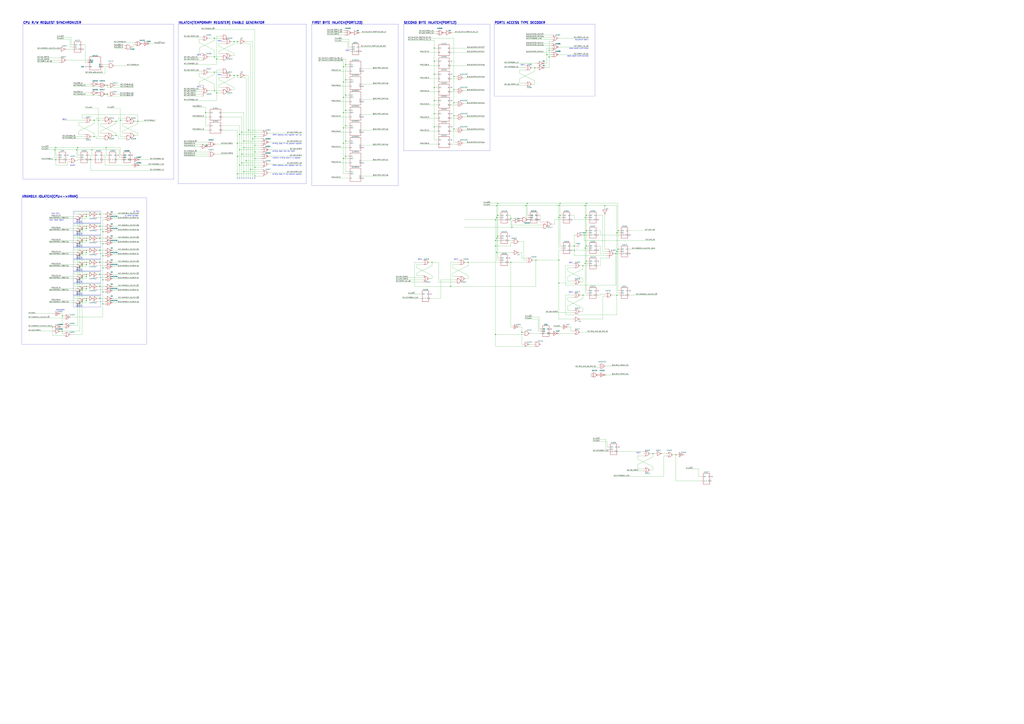
<source format=kicad_sch>
(kicad_sch (version 20230121) (generator eeschema)
  (paper "A0")
  (title_block (title "V9958") (date "2024-08-23") (rev "WIP") (company "IKA Microelectronics Inc."))
  (junction (at 635 63.5))
  (junction (at 401.32 110.49))
  (junction (at 593.09 304.8))
  (junction (at 100.33 279.4))
  (junction (at 288.29 151.13))
  (junction (at 64.77 185.42))
  (junction (at 401.32 163.83))
  (junction (at 648.97 302.26))
  (junction (at 275.59 48.26))
  (junction (at 784.86 528.32))
  (junction (at 278.13 156.21))
  (junction (at 100.33 332.74))
  (junction (at 275.59 201.93))
  (junction (at 398.78 166.37))
  (junction (at 283.21 171.45))
  (junction (at 295.91 204.47))
  (junction (at 680.72 285.75))
  (junction (at 622.3 302.26))
  (junction (at 119.38 311.15))
  (junction (at 119.38 339.09))
  (junction (at 100.33 346.71))
  (junction (at 575.31 279.4))
  (junction (at 504.19 101.6))
  (junction (at 280.67 153.67))
  (junction (at 575.31 285.75))
  (junction (at 95.25 322.58))
  (junction (at 139.7 139.7))
  (junction (at 95.25 350.52))
  (junction (at 109.22 158.75))
  (junction (at 679.45 288.29))
  (junction (at 100.33 265.43))
  (junction (at 593.09 254))
  (junction (at 92.71 269.24))
  (junction (at 398.78 184.15))
  (junction (at 577.85 236.22))
  (junction (at 650.24 250.19))
  (junction (at 90.17 285.75))
  (junction (at 115.57 346.71))
  (junction (at 278.13 191.77))
  (junction (at 92.71 353.06))
  (junction (at 594.36 264.16))
  (junction (at 716.28 292.1))
  (junction (at 92.71 297.18))
  (junction (at 88.9 173.99))
  (junction (at 115.57 332.74))
  (junction (at 504.19 71.12))
  (junction (at 398.78 77.47))
  (junction (at 100.33 307.34))
  (junction (at 100.33 349.25))
  (junction (at 504.19 147.32))
  (junction (at 648.97 252.73))
  (junction (at 527.05 134.62))
  (junction (at 650.24 236.22))
  (junction (at 238.76 130.81))
  (junction (at 114.3 139.7))
  (junction (at 680.72 250.19))
  (junction (at 90.17 271.78))
  (junction (at 717.55 267.97))
  (junction (at 100.33 335.28))
  (junction (at 666.75 290.83))
  (junction (at 577.85 250.19))
  (junction (at 109.22 139.7))
  (junction (at 95.25 280.67))
  (junction (at 680.72 303.53))
  (junction (at 398.78 130.81))
  (junction (at 648.97 238.76))
  (junction (at 401.32 128.27))
  (junction (at 115.57 304.8))
  (junction (at 100.33 321.31))
  (junction (at 401.32 146.05))
  (junction (at 119.38 325.12))
  (junction (at 527.05 104.14))
  (junction (at 95.25 294.64))
  (junction (at 251.46 68.58))
  (junction (at 115.57 262.89))
  (junction (at 248.92 66.04))
  (junction (at 295.91 158.75))
  (junction (at 576.58 276.86))
  (junction (at 523.24 332.74))
  (junction (at 90.17 299.72))
  (junction (at 72.39 367.03))
  (junction (at 248.92 44.45))
  (junction (at 271.78 87.63))
  (junction (at 100.33 248.92))
  (junction (at 612.14 236.22))
  (junction (at 100.33 290.83))
  (junction (at 119.38 269.24))
  (junction (at 295.91 194.31))
  (junction (at 575.31 388.62))
  (junction (at 271.78 48.26))
  (junction (at 716.28 270.51))
  (junction (at 106.68 173.99))
  (junction (at 285.75 186.69))
  (junction (at 115.57 276.86))
  (junction (at 275.59 181.61))
  (junction (at 90.17 341.63))
  (junction (at 676.91 342.9))
  (junction (at 504.19 132.08))
  (junction (at 293.37 161.29))
  (junction (at 679.45 270.51))
  (junction (at 115.57 248.92))
  (junction (at 679.45 306.07))
  (junction (at 160.02 140.97))
  (junction (at 398.78 95.25))
  (junction (at 275.59 87.63))
  (junction (at 100.33 304.8))
  (junction (at 605.79 386.08))
  (junction (at 679.45 238.76))
  (junction (at 758.19 527.05))
  (junction (at 504.19 116.84))
  (junction (at 398.78 148.59))
  (junction (at 92.71 325.12))
  (junction (at 680.72 236.22))
  (junction (at 610.87 238.76))
  (junction (at 401.32 74.93))
  (junction (at 637.54 58.42))
  (junction (at 576.58 238.76))
  (junction (at 278.13 173.99))
  (junction (at 679.45 252.73))
  (junction (at 248.92 83.82))
  (junction (at 527.05 88.9))
  (junction (at 283.21 199.39))
  (junction (at 501.65 304.8))
  (junction (at 715.01 294.64))
  (junction (at 115.57 290.83))
  (junction (at 504.19 55.88))
  (junction (at 543.56 304.8))
  (junction (at 648.97 328.93))
  (junction (at 119.38 297.18))
  (junction (at 621.03 78.74))
  (junction (at 280.67 179.07))
  (junction (at 119.38 353.06))
  (junction (at 401.32 92.71))
  (junction (at 637.54 66.04))
  (junction (at 717.55 289.56))
  (junction (at 95.25 336.55))
  (junction (at 90.17 355.6))
  (junction (at 702.31 238.76))
  (junction (at 60.96 379.73))
  (junction (at 280.67 189.23))
  (junction (at 123.19 171.45))
  (junction (at 527.05 149.86))
  (junction (at 100.33 251.46))
  (junction (at 119.38 283.21))
  (junction (at 527.05 119.38))
  (junction (at 100.33 262.89))
  (junction (at 577.85 274.32))
  (junction (at 576.58 293.37))
  (junction (at 90.17 313.69))
  (junction (at 251.46 107.95))
  (junction (at 398.78 113.03))
  (junction (at 64.77 171.45))
  (junction (at 95.25 308.61))
  (junction (at 124.46 99.06))
  (junction (at 100.33 276.86))
  (junction (at 676.91 308.61))
  (junction (at 90.17 327.66))
  (junction (at 504.19 86.36))
  (junction (at 575.31 255.27))
  (junction (at 100.33 318.77))
  (junction (at 283.21 163.83))
  (junction (at 248.92 105.41))
  (junction (at 716.28 342.9))
  (junction (at 576.58 252.73))
  (junction (at 100.33 293.37))
  (junction (at 401.32 181.61))
  (junction (at 275.59 166.37))
  (junction (at 680.72 267.97))
  (junction (at 295.91 184.15))
  (junction (at 92.71 283.21))
  (junction (at 295.91 176.53))
  (junction (at 95.25 266.7))
  (junction (at 115.57 318.77))
  (junction (at 134.62 140.97))
  (junction (at 290.83 196.85))
  (junction (at 92.71 339.09))
  (junction (at 134.62 157.48))
  (junction (at 63.5 173.99))
  (junction (at 90.17 171.45))
  (junction (at 72.39 384.81))
  (junction (at 92.71 311.15))
  (junction (at 678.18 273.05))
  (junction (at 124.46 109.22))
  (junction (at 105.41 185.42))
  (junction (at 666.75 285.75))
  (junction (at 295.91 168.91))
  (no_connect (at 664.21 290.83))
  (no_connect (at 421.64 118.11))
  (no_connect (at 278.13 207.01))
  (no_connect (at 421.64 189.23))
  (no_connect (at 153.67 180.34))
  (no_connect (at 591.82 255.27))
  (no_connect (at 96.52 57.15))
  (no_connect (at 591.82 299.72))
  (no_connect (at 421.64 153.67))
  (no_connect (at 421.64 135.89))
  (no_connect (at 524.51 101.6))
  (no_connect (at 524.51 147.32))
  (no_connect (at 524.51 116.84))
  (no_connect (at 524.51 132.08))
  (no_connect (at 104.14 185.42))
  (no_connect (at 524.51 86.36))
  (no_connect (at 731.52 273.05))
  (no_connect (at 421.64 207.01))
  (no_connect (at 731.52 337.82))
  (no_connect (at 288.29 207.01))
  (no_connect (at 694.69 290.83))
  (no_connect (at 664.21 255.27))
  (no_connect (at 78.74 180.34))
  (no_connect (at 694.69 273.05))
  (no_connect (at 290.83 207.01))
  (no_connect (at 119.38 77.47))
  (no_connect (at 280.67 207.01))
  (no_connect (at 421.64 82.55))
  (no_connect (at 419.1 59.69))
  (no_connect (at 694.69 337.82))
  (no_connect (at 293.37 207.01))
  (no_connect (at 731.52 294.64))
  (no_connect (at 283.21 207.01))
  (no_connect (at 694.69 255.27))
  (no_connect (at 591.82 274.32))
  (no_connect (at 275.59 207.01))
  (no_connect (at 421.64 100.33))
  (no_connect (at 500.38 341.63))
  (no_connect (at 524.51 162.56))
  (no_connect (at 285.75 207.01))
  (no_connect (at 137.16 180.34))
  (no_connect (at 626.11 255.27))
  (no_connect (at 694.69 303.53))
  (no_connect (at 295.91 207.01))
  (no_connect (at 718.82 519.43))
  (no_connect (at 421.64 171.45))
  (no_connect (at 640.08 382.27))
  (no_connect (at 524.51 71.12))
  (no_connect (at 826.77 553.72))
  (wire (pts (xy 115.57 276.86) (xy 121.92 276.86)))
  (wire (pts (xy 575.31 388.62) (xy 575.31 285.75)))
  (wire (pts (xy 119.38 325.12) (xy 119.38 339.09)))
  (wire (pts (xy 575.31 279.4) (xy 575.31 255.27)))
  (wire (pts (xy 213.36 165.1) (xy 241.3 165.1)))
  (wire (pts (xy 119.38 297.18) (xy 119.38 311.15)))
  (wire (pts (xy 124.46 109.22) (xy 124.46 111.76)))
  (wire (pts (xy 716.28 270.51) (xy 716.28 292.1)))
  (wire (pts (xy 86.36 304.8) (xy 91.44 304.8)))
  (wire (pts (xy 421.64 186.69) (xy 450.85 186.69)))
  (wire (pts (xy 576.58 293.37) (xy 576.58 302.26)))
  (wire (pts (xy 63.5 173.99) (xy 63.5 182.88)))
  (wire (pts (xy 527.05 88.9) (xy 529.59 88.9)))
  (wire (pts (xy 487.68 76.2) (xy 506.73 76.2)))
  (wire (pts (xy 115.57 248.92) (xy 121.92 248.92)))
  (wire (pts (xy 213.36 176.53) (xy 241.3 176.53)))
  (wire (pts (xy 121.92 85.09) (xy 121.92 77.47)))
  (wire (pts (xy 529.59 137.16) (xy 524.51 137.16)))
  (wire (pts (xy 278.13 173.99) (xy 303.53 173.99)))
  (wire (pts (xy 115.57 262.89) (xy 121.92 262.89)))
  (wire (pts (xy 154.94 52.07) (xy 156.21 52.07)))
  (wire (pts (xy 114.3 125.73) (xy 114.3 139.7)))
  (wire (pts (xy 59.69 279.4) (xy 88.9 279.4)))
  (wire (pts (xy 72.39 158.75) (xy 97.79 158.75)))
  (wire (pts (xy 59.69 307.34) (xy 88.9 307.34)))
  (wire (pts (xy 706.12 521.97) (xy 703.58 521.97)))
  (wire (pts (xy 398.78 184.15) (xy 398.78 201.93)))
  (wire (pts (xy 398.78 95.25) (xy 403.86 95.25)))
  (wire (pts (xy 525.78 317.5) (xy 525.78 321.31)))
  (wire (pts (xy 499.11 304.8) (xy 501.65 304.8)))
  (wire (pts (xy 610.87 50.8) (xy 640.08 50.8)))
  (wire (pts (xy 57.15 323.85) (xy 86.36 323.85)))
  (wire (pts (xy 90.17 171.45) (xy 90.17 180.34)))
  (wire (pts (xy 529.59 152.4) (xy 524.51 152.4)))
  (wire (pts (xy 487.68 167.64) (xy 506.73 167.64)))
  (wire (pts (xy 681.99 252.73) (xy 679.45 252.73)))
  (wire (pts (xy 610.87 45.72) (xy 640.08 45.72)))
  (wire (pts (xy 575.31 285.75) (xy 575.31 279.4)))
  (wire (pts (xy 119.38 139.7) (xy 114.3 139.7)))
  (wire (pts (xy 223.52 135.89) (xy 241.3 135.89)))
  (wire (pts (xy 628.65 264.16) (xy 594.36 264.16)))
  (wire (pts (xy 511.81 325.12) (xy 528.32 325.12)))
  (wire (pts (xy 142.24 152.4) (xy 160.02 143.51)))
  (wire (pts (xy 626.11 250.19) (xy 627.38 250.19)))
  (wire (pts (xy 100.33 323.85) (xy 100.33 321.31)))
  (wire (pts (xy 610.87 53.34) (xy 640.08 53.34)))
  (wire (pts (xy 561.34 236.22) (xy 577.85 236.22)))
  (wire (pts (xy 680.72 250.19) (xy 680.72 236.22)))
  (wire (pts (xy 369.57 68.58) (xy 401.32 68.58)))
  (wire (pts (xy 487.68 152.4) (xy 506.73 152.4)))
  (wire (pts (xy 613.41 250.19) (xy 612.14 250.19)))
  (wire (pts (xy 160.02 133.35) (xy 160.02 140.97)))
  (wire (pts (xy 782.32 528.32) (xy 784.86 528.32)))
  (wire (pts (xy 278.13 191.77) (xy 278.13 207.01)))
  (wire (pts (xy 259.08 146.05) (xy 278.13 146.05)))
  (wire (pts (xy 90.17 171.45) (xy 123.19 171.45)))
  (wire (pts (xy 715.01 294.64) (xy 715.01 331.47)))
  (wire (pts (xy 119.38 297.18) (xy 121.92 297.18)))
  (wire (pts (xy 718.82 524.51) (xy 746.76 524.51)))
  (wire (pts (xy 637.54 48.26) (xy 640.08 48.26)))
  (wire (pts (xy 703.58 521.97) (xy 703.58 510.54)))
  (wire (pts (xy 275.59 181.61) (xy 275.59 201.93)))
  (wire (pts (xy 124.46 125.73) (xy 139.7 125.73)))
  (wire (pts (xy 119.38 74.93) (xy 124.46 74.93)))
  (wire (pts (xy 238.76 130.81) (xy 241.3 130.81)))
  (wire (pts (xy 504.19 101.6) (xy 504.19 86.36)))
  (wire (pts (xy 119.38 325.12) (xy 121.92 325.12)))
  (wire (pts (xy 656.59 308.61) (xy 665.48 308.61)))
  (wire (pts (xy 608.33 302.26) (xy 610.87 302.26)))
  (wire (pts (xy 473.71 341.63) (xy 487.68 341.63)))
  (wire (pts (xy 773.43 527.05) (xy 769.62 527.05)))
  (wire (pts (xy 130.81 337.82) (xy 161.29 337.82)))
  (wire (pts (xy 256.54 50.8) (xy 254 50.8)))
  (wire (pts (xy 605.79 400.05) (xy 607.06 400.05)))
  (wire (pts (xy 524.51 55.88) (xy 562.61 55.88)))
  (wire (pts (xy 398.78 130.81) (xy 403.86 130.81)))
  (wire (pts (xy 248.92 44.45) (xy 242.57 44.45)))
  (wire (pts (xy 123.19 171.45) (xy 139.7 171.45)))
  (wire (pts (xy 123.19 99.06) (xy 124.46 99.06)))
  (wire (pts (xy 704.85 513.08) (xy 704.85 519.43)))
  (wire (pts (xy 688.34 524.51) (xy 706.12 524.51)))
  (wire (pts (xy 401.32 199.39) (xy 403.86 199.39)))
  (wire (pts (xy 528.32 327.66) (xy 509.27 327.66)))
  (wire (pts (xy 384.81 207.01) (xy 403.86 207.01)))
  (wire (pts (xy 398.78 77.47) (xy 398.78 95.25)))
  (wire (pts (xy 662.94 379.73) (xy 662.94 384.81)))
  (wire (pts (xy 718.82 340.36) (xy 716.28 340.36)))
  (wire (pts (xy 613.41 252.73) (xy 610.87 252.73)))
  (wire (pts (xy 96.52 265.43) (xy 100.33 265.43)))
  (wire (pts (xy 114.3 304.8) (xy 115.57 304.8)))
  (wire (pts (xy 681.99 288.29) (xy 679.45 288.29)))
  (wire (pts (xy 90.17 285.75) (xy 90.17 299.72)))
  (wire (pts (xy 676.91 308.61) (xy 681.99 308.61)))
  (wire (pts (xy 662.94 384.81) (xy 665.48 384.81)))
  (wire (pts (xy 421.64 168.91) (xy 450.85 168.91)))
  (wire (pts (xy 85.09 107.95) (xy 105.41 107.95)))
  (wire (pts (xy 398.78 148.59) (xy 403.86 148.59)))
  (wire (pts (xy 100.33 290.83) (xy 99.06 290.83)))
  (wire (pts (xy 579.12 252.73) (xy 576.58 252.73)))
  (wire (pts (xy 115.57 346.71) (xy 115.57 344.17)))
  (wire (pts (xy 238.76 146.05) (xy 238.76 130.81)))
  (wire (pts (xy 271.78 48.26) (xy 271.78 50.8)))
  (wire (pts (xy 96.52 279.4) (xy 100.33 279.4)))
  (wire (pts (xy 538.48 151.13) (xy 562.61 151.13)))
  (wire (pts (xy 627.38 382.27) (xy 626.11 382.27)))
  (wire (pts (xy 716.28 238.76) (xy 716.28 270.51)))
  (wire (pts (xy 160.02 157.48) (xy 157.48 157.48)))
  (wire (pts (xy 86.36 316.23) (xy 86.36 318.77)))
  (wire (pts (xy 511.81 346.71) (xy 511.81 325.12)))
  (wire (pts (xy 144.78 143.51) (xy 142.24 143.51)))
  (wire (pts (xy 593.09 261.62) (xy 593.09 254)))
  (wire (pts (xy 401.32 74.93) (xy 403.86 74.93)))
  (wire (pts (xy 95.25 133.35) (xy 160.02 133.35)))
  (wire (pts (xy 651.51 250.19) (xy 650.24 250.19)))
  (wire (pts (xy 490.22 322.58) (xy 459.74 322.58)))
  (wire (pts (xy 275.59 87.63) (xy 276.86 87.63)))
  (wire (pts (xy 95.25 308.61) (xy 95.25 322.58)))
  (wire (pts (xy 405.13 45.72) (xy 405.13 54.61)))
  (wire (pts (xy 251.46 68.58) (xy 256.54 68.58)))
  (wire (pts (xy 256.54 41.91) (xy 251.46 41.91)))
  (wire (pts (xy 716.28 342.9) (xy 716.28 365.76)))
  (wire (pts (xy 33.02 384.81) (xy 62.23 384.81)))
  (wire (pts (xy 231.14 62.23) (xy 233.68 62.23)))
  (wire (pts (xy 251.46 107.95) (xy 256.54 107.95)))
  (wire (pts (xy 538.48 264.16) (xy 594.36 264.16)))
  (wire (pts (xy 676.91 327.66) (xy 674.37 327.66)))
  (wire (pts (xy 142.24 152.4) (xy 142.24 154.94)))
  (wire (pts (xy 398.78 166.37) (xy 398.78 184.15)))
  (wire (pts (xy 713.74 294.64) (xy 715.01 294.64)))
  (wire (pts (xy 369.57 71.12) (xy 398.78 71.12)))
  (wire (pts (xy 561.34 238.76) (xy 576.58 238.76)))
  (wire (pts (xy 72.39 387.35) (xy 72.39 384.81)))
  (wire (pts (xy 401.32 74.93) (xy 401.32 68.58)))
  (wire (pts (xy 82.55 368.3) (xy 119.38 368.3)))
  (wire (pts (xy 231.14 95.25) (xy 248.92 86.36)))
  (wire (pts (xy 280.67 179.07) (xy 280.67 189.23)))
  (wire (pts (xy 114.3 294.64) (xy 121.92 294.64)))
  (wire (pts (xy 401.32 181.61) (xy 403.86 181.61)))
  (wire (pts (xy 86.36 302.26) (xy 86.36 304.8)))
  (wire (pts (xy 275.59 48.26) (xy 276.86 48.26)))
  (wire (pts (xy 659.13 321.31) (xy 676.91 312.42)))
  (wire (pts (xy 579.12 274.32) (xy 577.85 274.32)))
  (wire (pts (xy 132.08 49.53) (xy 156.21 49.53)))
  (wire (pts (xy 529.59 121.92) (xy 524.51 121.92)))
  (wire (pts (xy 668.02 273.05) (xy 666.75 273.05)))
  (wire (pts (xy 115.57 276.86) (xy 115.57 274.32)))
  (wire (pts (xy 142.24 143.51) (xy 142.24 146.05)))
  (wire (pts (xy 388.62 45.72) (xy 405.13 45.72)))
  (wire (pts (xy 106.68 173.99) (xy 138.43 173.99)))
  (wire (pts (xy 716.28 292.1) (xy 716.28 340.36)))
  (wire (pts (xy 86.36 262.89) (xy 91.44 262.89)))
  (wire (pts (xy 93.98 254) (xy 100.33 254)))
  (wire (pts (xy 576.58 276.86) (xy 576.58 252.73)))
  (wire (pts (xy 130.81 262.89) (xy 161.29 262.89)))
  (wire (pts (xy 660.4 379.73) (xy 662.94 379.73)))
  (wire (pts (xy 254 92.71) (xy 271.78 101.6)))
  (wire (pts (xy 697.23 341.63) (xy 697.23 342.9)))
  (wire (pts (xy 72.39 377.19) (xy 73.66 377.19)))
  (wire (pts (xy 100.33 337.82) (xy 100.33 335.28)))
  (wire (pts (xy 384.81 189.23) (xy 403.86 189.23)))
  (wire (pts (xy 398.78 113.03) (xy 398.78 130.81)))
  (wire (pts (xy 379.73 35.56) (xy 400.05 35.56)))
  (wire (pts (xy 160.02 143.51) (xy 160.02 140.97)))
  (wire (pts (xy 575.31 402.59) (xy 575.31 388.62)))
  (wire (pts (xy 579.12 302.26) (xy 576.58 302.26)))
  (wire (pts (xy 109.22 154.94) (xy 109.22 158.75)))
  (wire (pts (xy 160.02 140.97) (xy 180.34 140.97)))
  (wire (pts (xy 144.78 161.29) (xy 137.16 161.29)))
  (wire (pts (xy 119.38 255.27) (xy 121.92 255.27)))
  (wire (pts (xy 398.78 148.59) (xy 398.78 166.37)))
  (wire (pts (xy 401.32 92.71) (xy 403.86 92.71)))
  (wire (pts (xy 88.9 173.99) (xy 106.68 173.99)))
  (wire (pts (xy 577.85 299.72) (xy 579.12 299.72)))
  (wire (pts (xy 679.45 270.51) (xy 679.45 288.29)))
  (wire (pts (xy 121.92 191.77) (xy 153.67 191.77)))
  (wire (pts (xy 718.82 270.51) (xy 716.28 270.51)))
  (wire (pts (xy 271.78 87.63) (xy 275.59 87.63)))
  (wire (pts (xy 100.33 304.8) (xy 101.6 304.8)))
  (wire (pts (xy 115.57 304.8) (xy 115.57 302.26)))
  (wire (pts (xy 64.77 185.42) (xy 48.26 185.42)))
  (wire (pts (xy 678.18 279.4) (xy 760.73 279.4)))
  (wire (pts (xy 100.33 309.88) (xy 100.33 307.34)))
  (wire (pts (xy 679.45 306.07) (xy 679.45 340.36)))
  (wire (pts (xy 665.48 387.35) (xy 648.97 387.35)))
  (wire (pts (xy 627.38 257.81) (xy 628.65 257.81)))
  (wire (pts (xy 665.48 345.44) (xy 659.13 345.44)))
  (wire (pts (xy 72.39 384.81) (xy 92.71 384.81)))
  (wire (pts (xy 278.13 191.77) (xy 303.53 191.77)))
  (wire (pts (xy 610.87 238.76) (xy 576.58 238.76)))
  (wire (pts (xy 648.97 328.93) (xy 665.48 328.93)))
  (wire (pts (xy 33.02 369.57) (xy 73.66 369.57)))
  (wire (pts (xy 213.36 167.64) (xy 241.3 167.64)))
  (wire (pts (xy 295.91 204.47) (xy 295.91 207.01)))
  (wire (pts (xy 627.38 384.81) (xy 624.84 384.81)))
  (wire (pts (xy 121.92 180.34) (xy 121.92 191.77)))
  (wire (pts (xy 528.32 321.31) (xy 525.78 321.31)))
  (wire (pts (xy 398.78 201.93) (xy 403.86 201.93)))
  (wire (pts (xy 100.33 251.46) (xy 100.33 248.92)))
  (wire (pts (xy 594.36 256.54) (xy 594.36 264.16)))
  (wire (pts (xy 504.19 132.08) (xy 504.19 116.84)))
  (wire (pts (xy 119.38 353.06) (xy 119.38 368.3)))
  (wire (pts (xy 538.48 166.37) (xy 562.61 166.37)))
  (wire (pts (xy 105.41 180.34) (xy 105.41 185.42)))
  (wire (pts (xy 250.19 179.07) (xy 270.51 179.07)))
  (wire (pts (xy 57.15 337.82) (xy 86.36 337.82)))
  (wire (pts (xy 605.79 299.72) (xy 610.87 299.72)))
  (wire (pts (xy 130.81 351.79) (xy 161.29 351.79)))
  (wire (pts (xy 124.46 109.22) (xy 125.73 109.22)))
  (wire (pts (xy 271.78 87.63) (xy 271.78 90.17)))
  (wire (pts (xy 66.04 180.34) (xy 64.77 180.34)))
  (wire (pts (xy 295.91 168.91) (xy 295.91 176.53)))
  (wire (pts (xy 231.14 88.9) (xy 248.92 97.79)))
  (wire (pts (xy 105.41 185.42) (xy 107.95 185.42)))
  (wire (pts (xy 666.75 297.18) (xy 704.85 297.18)))
  (wire (pts (xy 295.91 184.15) (xy 303.53 184.15)))
  (wire (pts (xy 473.71 46.99) (xy 504.19 46.99)))
  (wire (pts (xy 85.09 100.33) (xy 114.3 100.33)))
  (wire (pts (xy 57.15 254) (xy 86.36 254)))
  (wire (pts (xy 609.6 96.52) (xy 603.25 96.52)))
  (wire (pts (xy 659.13 355.6) (xy 676.91 346.71)))
  (wire (pts (xy 529.59 91.44) (xy 524.51 91.44)))
  (wire (pts (xy 116.84 146.05) (xy 134.62 154.94)))
  (wire (pts (xy 124.46 99.06) (xy 125.73 99.06)))
  (wire (pts (xy 233.68 109.22) (xy 213.36 109.22)))
  (wire (pts (xy 680.72 236.22) (xy 650.24 236.22)))
  (wire (pts (xy 527.05 119.38) (xy 527.05 104.14)))
  (wire (pts (xy 109.22 139.7) (xy 111.76 139.7)))
  (wire (pts (xy 504.19 116.84) (xy 506.73 116.84)))
  (wire (pts (xy 538.48 135.89) (xy 562.61 135.89)))
  (wire (pts (xy 594.36 281.94) (xy 593.09 281.94)))
  (wire (pts (xy 576.58 276.86) (xy 576.58 293.37)))
  (wire (pts (xy 248.92 66.04) (xy 248.92 58.42)))
  (wire (pts (xy 100.33 248.92) (xy 101.6 248.92)))
  (wire (pts (xy 486.41 39.37) (xy 506.73 39.37)))
  (wire (pts (xy 115.57 246.38) (xy 86.36 246.38)))
  (wire (pts (xy 610.87 40.64) (xy 640.08 40.64)))
  (wire (pts (xy 256.54 90.17) (xy 254 90.17)))
  (wire (pts (xy 213.36 82.55) (xy 233.68 82.55)))
  (wire (pts (xy 82.55 43.18) (xy 82.55 52.07)))
  (wire (pts (xy 676.91 358.14) (xy 676.91 361.95)))
  (wire (pts (xy 473.71 44.45) (xy 527.05 44.45)))
  (wire (pts (xy 134.62 99.06) (xy 154.94 99.06)))
  (wire (pts (xy 77.47 69.85) (xy 101.6 69.85)))
  (wire (pts (xy 231.14 49.53) (xy 248.92 58.42)))
  (wire (pts (xy 486.41 36.83) (xy 506.73 36.83)))
  (wire (pts (xy 140.97 180.34) (xy 139.7 180.34)))
  (wire (pts (xy 280.67 189.23) (xy 280.67 207.01)))
  (wire (pts (xy 295.91 34.29) (xy 295.91 158.75)))
  (wire (pts (xy 665.48 311.15) (xy 659.13 311.15)))
  (wire (pts (xy 134.62 109.22) (xy 154.94 109.22)))
  (wire (pts (xy 93.98 281.94) (xy 100.33 281.94)))
  (wire (pts (xy 238.76 130.81) (xy 238.76 124.46)))
  (wire (pts (xy 66.04 45.72) (xy 81.28 45.72)))
  (wire (pts (xy 72.39 367.03) (xy 73.66 367.03)))
  (wire (pts (xy 481.33 304.8) (xy 481.33 332.74)))
  (wire (pts (xy 71.12 379.73) (xy 73.66 379.73)))
  (wire (pts (xy 593.09 379.73) (xy 594.36 379.73)))
  (wire (pts (xy 697.23 342.9) (xy 694.69 342.9)))
  (wire (pts (xy 704.85 299.72) (xy 697.23 299.72)))
  (wire (pts (xy 758.19 527.05) (xy 758.19 530.86)))
  (wire (pts (xy 633.73 363.22) (xy 665.48 363.22)))
  (wire (pts (xy 543.56 304.8) (xy 579.12 304.8)))
  (wire (pts (xy 605.79 379.73) (xy 603.25 379.73)))
  (wire (pts (xy 109.22 139.7) (xy 109.22 143.51)))
  (wire (pts (xy 92.71 297.18) (xy 92.71 311.15)))
  (wire (pts (xy 100.33 276.86) (xy 101.6 276.86)))
  (wire (pts (xy 123.19 171.45) (xy 123.19 180.34)))
  (wire (pts (xy 115.57 262.89) (xy 115.57 260.35)))
  (wire (pts (xy 90.17 341.63) (xy 90.17 355.6)))
  (wire (pts (xy 656.59 365.76) (xy 716.28 365.76)))
  (wire (pts (xy 796.29 544.83) (xy 811.53 544.83)))
  (wire (pts (xy 679.45 252.73) (xy 679.45 270.51)))
  (wire (pts (xy 504.19 147.32) (xy 504.19 132.08)))
  (wire (pts (xy 384.81 135.89) (xy 403.86 135.89)))
  (wire (pts (xy 603.25 85.09) (xy 621.03 93.98)))
  (wire (pts (xy 115.57 318.77) (xy 115.57 316.23)))
  (wire (pts (xy 525.78 307.34) (xy 525.78 311.15)))
  (wire (pts (xy 703.58 425.45) (xy 730.25 425.45)))
  (wire (pts (xy 504.19 71.12) (xy 506.73 71.12)))
  (wire (pts (xy 718.82 267.97) (xy 717.55 267.97)))
  (wire (pts (xy 114.3 158.75) (xy 119.38 158.75)))
  (wire (pts (xy 680.72 337.82) (xy 681.99 337.82)))
  (wire (pts (xy 114.3 290.83) (xy 115.57 290.83)))
  (wire (pts (xy 115.57 260.35) (xy 86.36 260.35)))
  (wire (pts (xy 57.15 267.97) (xy 86.36 267.97)))
  (wire (pts (xy 130.81 346.71) (xy 161.29 346.71)))
  (wire (pts (xy 144.78 137.16) (xy 137.16 137.16)))
  (wire (pts (xy 666.75 290.83) (xy 666.75 297.18)))
  (wire (pts (xy 100.33 279.4) (xy 100.33 276.86)))
  (wire (pts (xy 666.75 273.05) (xy 666.75 285.75)))
  (wire (pts (xy 609.6 368.3) (xy 626.11 368.3)))
  (wire (pts (xy 130.81 295.91) (xy 161.29 295.91)))
  (wire (pts (xy 694.69 250.19) (xy 699.77 250.19)))
  (wire (pts (xy 162.56 191.77) (xy 190.5 191.77)))
  (wire (pts (xy 398.78 184.15) (xy 403.86 184.15)))
  (wire (pts (xy 137.16 157.48) (xy 134.62 157.48)))
  (wire (pts (xy 106.68 173.99) (xy 106.68 180.34)))
  (wire (pts (xy 137.16 137.16) (xy 137.16 140.97)))
  (wire (pts (xy 605.79 379.73) (xy 605.79 386.08)))
  (wire (pts (xy 398.78 113.03) (xy 403.86 113.03)))
  (wire (pts (xy 676.91 273.05) (xy 678.18 273.05)))
  (wire (pts (xy 527.05 134.62) (xy 529.59 134.62)))
  (wire (pts (xy 248.92 86.36) (xy 248.92 83.82)))
  (wire (pts (xy 130.81 276.86) (xy 161.29 276.86)))
  (wire (pts (xy 100.33 304.8) (xy 99.06 304.8)))
  (wire (pts (xy 251.46 74.93) (xy 251.46 68.58)))
  (wire (pts (xy 401.32 110.49) (xy 401.32 128.27)))
  (wire (pts (xy 702.31 250.19) (xy 702.31 289.56)))
  (wire (pts (xy 100.33 346.71) (xy 101.6 346.71)))
  (wire (pts (xy 91.44 152.4) (xy 91.44 156.21)))
  (wire (pts (xy 64.77 171.45) (xy 90.17 171.45)))
  (wire (pts (xy 278.13 173.99) (xy 278.13 191.77)))
  (wire (pts (xy 585.47 78.74) (xy 609.6 78.74)))
  (wire (pts (xy 648.97 54.61) (xy 683.26 54.61)))
  (wire (pts (xy 622.3 302.26) (xy 622.3 332.74)))
  (wire (pts (xy 115.57 318.77) (xy 121.92 318.77)))
  (wire (pts (xy 651.51 285.75) (xy 650.24 285.75)))
  (wire (pts (xy 731.52 267.97) (xy 760.73 267.97)))
  (wire (pts (xy 109.22 158.75) (xy 111.76 158.75)))
  (wire (pts (xy 607.06 386.08) (xy 605.79 386.08)))
  (wire (pts (xy 290.83 196.85) (xy 290.83 207.01)))
  (wire (pts (xy 784.86 558.8) (xy 784.86 528.32)))
  (wire (pts (xy 621.03 78.74) (xy 621.03 82.55)))
  (wire (pts (xy 635 73.66) (xy 635 63.5)))
  (wire (pts (xy 593.09 304.8) (xy 593.09 379.73)))
  (wire (pts (xy 90.17 299.72) (xy 90.17 313.69)))
  (wire (pts (xy 641.35 260.35) (xy 643.89 260.35)))
  (wire (pts (xy 676.91 323.85) (xy 676.91 327.66)))
  (wire (pts (xy 115.57 304.8) (xy 121.92 304.8)))
  (wire (pts (xy 285.75 87.63) (xy 288.29 87.63)))
  (wire (pts (xy 92.71 283.21) (xy 92.71 297.18)))
  (wire (pts (xy 811.53 553.72) (xy 814.07 553.72)))
  (wire (pts (xy 401.32 163.83) (xy 401.32 181.61)))
  (wire (pts (xy 717.55 267.97) (xy 717.55 289.56)))
  (wire (pts (xy 231.14 55.88) (xy 231.14 62.23)))
  (wire (pts (xy 681.99 285.75) (xy 680.72 285.75)))
  (wire (pts (xy 96.52 52.07) (xy 99.06 52.07)))
  (wire (pts (xy 254 101.6) (xy 254 99.06)))
  (wire (pts (xy 659.13 314.96) (xy 676.91 323.85)))
  (wire (pts (xy 605.79 293.37) (xy 605.79 299.72)))
  (wire (pts (xy 770.89 529.59) (xy 770.89 553.72)))
  (wire (pts (xy 285.75 90.17) (xy 285.75 186.69)))
  (wire (pts (xy 91.44 182.88) (xy 88.9 182.88)))
  (wire (pts (xy 95.25 294.64) (xy 95.25 308.61)))
  (wire (pts (xy 59.69 349.25) (xy 88.9 349.25)))
  (wire (pts (xy 119.38 339.09) (xy 119.38 353.06)))
  (wire (pts (xy 132.08 140.97) (xy 134.62 140.97)))
  (wire (pts (xy 154.94 54.61) (xy 154.94 52.07)))
  (wire (pts (xy 275.59 201.93) (xy 275.59 207.01)))
  (wire (pts (xy 78.74 187.96) (xy 78.74 191.77)))
  (wire (pts (xy 593.09 304.8) (xy 610.87 304.8)))
  (wire (pts (xy 138.43 173.99) (xy 138.43 182.88)))
  (wire (pts (xy 86.36 288.29) (xy 86.36 290.83)))
  (wire (pts (xy 90.17 327.66) (xy 90.17 341.63)))
  (wire (pts (xy 59.69 335.28) (xy 88.9 335.28)))
  (wire (pts (xy 676.91 308.61) (xy 676.91 312.42)))
  (wire (pts (xy 91.44 156.21) (xy 97.79 156.21)))
  (wire (pts (xy 665.48 370.84) (xy 648.97 370.84)))
  (wire (pts (xy 591.82 304.8) (xy 593.09 304.8)))
  (wire (pts (xy 688.34 510.54) (xy 703.58 510.54)))
  (wire (pts (xy 114.3 280.67) (xy 121.92 280.67)))
  (wire (pts (xy 130.81 254) (xy 161.29 254)))
  (wire (pts (xy 576.58 238.76) (xy 576.58 252.73)))
  (wire (pts (xy 504.19 132.08) (xy 506.73 132.08)))
  (wire (pts (xy 92.71 339.09) (xy 92.71 353.06)))
  (wire (pts (xy 681.99 340.36) (xy 679.45 340.36)))
  (wire (pts (xy 694.69 267.97) (xy 697.23 267.97)))
  (wire (pts (xy 610.87 43.18) (xy 640.08 43.18)))
  (wire (pts (xy 92.71 255.27) (xy 92.71 269.24)))
  (wire (pts (xy 699.77 370.84) (xy 699.77 344.17)))
  (wire (pts (xy 543.56 304.8) (xy 543.56 308.61)))
  (wire (pts (xy 119.38 255.27) (xy 119.38 269.24)))
  (wire (pts (xy 527.05 149.86) (xy 527.05 134.62)))
  (wire (pts (xy 674.37 386.08) (xy 706.12 386.08)))
  (wire (pts (xy 86.36 344.17) (xy 86.36 346.71)))
  (wire (pts (xy 731.52 342.9) (xy 763.27 342.9)))
  (wire (pts (xy 384.81 100.33) (xy 403.86 100.33)))
  (wire (pts (xy 59.69 293.37) (xy 88.9 293.37)))
  (wire (pts (xy 115.57 316.23) (xy 86.36 316.23)))
  (wire (pts (xy 154.94 111.76) (xy 124.46 111.76)))
  (wire (pts (xy 92.71 325.12) (xy 92.71 339.09)))
  (wire (pts (xy 96.52 335.28) (xy 100.33 335.28)))
  (wire (pts (xy 248.92 83.82) (xy 242.57 83.82)))
  (wire (pts (xy 379.73 40.64) (xy 400.05 40.64)))
  (wire (pts (xy 758.19 546.1) (xy 755.65 546.1)))
  (wire (pts (xy 254 53.34) (xy 254 50.8)))
  (wire (pts (xy 140.97 182.88) (xy 138.43 182.88)))
  (wire (pts (xy 697.23 299.72) (xy 697.23 308.61)))
  (wire (pts (xy 43.18 69.85) (xy 68.58 69.85)))
  (wire (pts (xy 527.05 44.45) (xy 527.05 88.9)))
  (wire (pts (xy 680.72 267.97) (xy 680.72 285.75)))
  (wire (pts (xy 72.39 364.49) (xy 72.39 367.03)))
  (wire (pts (xy 635 63.5) (xy 640.08 63.5)))
  (wire (pts (xy 612.14 250.19) (xy 612.14 236.22)))
  (wire (pts (xy 120.65 180.34) (xy 121.92 180.34)))
  (wire (pts (xy 676.91 342.9) (xy 676.91 346.71)))
  (wire (pts (xy 85.09 110.49) (xy 114.3 110.49)))
  (wire (pts (xy 248.92 105.41) (xy 256.54 105.41)))
  (wire (pts (xy 681.99 250.19) (xy 680.72 250.19)))
  (wire (pts (xy 538.48 105.41) (xy 562.61 105.41)))
  (wire (pts (xy 665.48 360.68) (xy 659.13 360.68)))
  (wire (pts (xy 632.46 73.66) (xy 635 73.66)))
  (wire (pts (xy 717.55 236.22) (xy 717.55 267.97)))
  (wire (pts (xy 421.64 151.13) (xy 450.85 151.13)))
  (wire (pts (xy 114.3 322.58) (xy 121.92 322.58)))
  (wire (pts (xy 100.33 265.43) (xy 100.33 262.89)))
  (wire (pts (xy 699.77 250.19) (xy 699.77 292.1)))
  (wire (pts (xy 160.02 154.94) (xy 160.02 157.48)))
  (wire (pts (xy 48.26 173.99) (xy 63.5 173.99)))
  (wire (pts (xy 256.54 83.82) (xy 248.92 83.82)))
  (wire (pts (xy 130.81 323.85) (xy 161.29 323.85)))
  (wire (pts (xy 162.56 185.42) (xy 190.5 185.42)))
  (wire (pts (xy 538.48 255.27) (xy 575.31 255.27)))
  (wire (pts (xy 114.3 248.92) (xy 115.57 248.92)))
  (wire (pts (xy 72.39 161.29) (xy 97.79 161.29)))
  (wire (pts (xy 91.44 142.24) (xy 91.44 146.05)))
  (wire (pts (xy 621.03 93.98) (xy 621.03 97.79)))
  (wire (pts (xy 504.19 71.12) (xy 504.19 55.88)))
  (wire (pts (xy 384.81 118.11) (xy 403.86 118.11)))
  (wire (pts (xy 33.02 379.73) (xy 60.96 379.73)))
  (wire (pts (xy 694.69 426.72) (xy 668.02 426.72)))
  (wire (pts (xy 401.32 128.27) (xy 403.86 128.27)))
  (wire (pts (xy 504.19 55.88) (xy 506.73 55.88)))
  (wire (pts (xy 290.83 50.8) (xy 275.59 50.8)))
  (wire (pts (xy 659.13 349.25) (xy 676.91 358.14)))
  (wire (pts (xy 664.21 250.19) (xy 666.75 250.19)))
  (wire (pts (xy 100.33 290.83) (xy 101.6 290.83)))
  (wire (pts (xy 100.33 248.92) (xy 99.06 248.92)))
  (wire (pts (xy 115.57 274.32) (xy 86.36 274.32)))
  (wire (pts (xy 594.36 256.54) (xy 595.63 256.54)))
  (wire (pts (xy 697.23 341.63) (xy 702.31 341.63)))
  (wire (pts (xy 248.92 44.45) (xy 256.54 44.45)))
  (wire (pts (xy 130.81 267.97) (xy 161.29 267.97)))
  (wire (pts (xy 119.38 353.06) (xy 121.92 353.06)))
  (wire (pts (xy 784.86 528.32) (xy 786.13 528.32)))
  (wire (pts (xy 312.42 200.66) (xy 350.52 200.66)))
  (wire (pts (xy 114.3 346.71) (xy 115.57 346.71)))
  (wire (pts (xy 213.36 67.31) (xy 233.68 67.31)))
  (wire (pts (xy 57.15 295.91) (xy 86.36 295.91)))
  (wire (pts (xy 703.58 435.61) (xy 730.25 435.61)))
  (wire (pts (xy 680.72 303.53) (xy 681.99 303.53)))
  (wire (pts (xy 608.33 280.67) (xy 608.33 302.26)))
  (wire (pts (xy 285.75 186.69) (xy 285.75 207.01)))
  (wire (pts (xy 605.79 400.05) (xy 605.79 386.08)))
  (wire (pts (xy 398.78 71.12) (xy 398.78 77.47)))
  (wire (pts (xy 254 62.23) (xy 254 59.69)))
  (wire (pts (xy 676.91 361.95) (xy 674.37 361.95)))
  (wire (pts (xy 93.98 267.97) (xy 100.33 267.97)))
  (wire (pts (xy 417.83 38.1) (xy 448.31 38.1)))
  (wire (pts (xy 57.15 351.79) (xy 86.36 351.79)))
  (wire (pts (xy 697.23 294.64) (xy 704.85 294.64)))
  (wire (pts (xy 504.19 86.36) (xy 506.73 86.36)))
  (wire (pts (xy 285.75 186.69) (xy 303.53 186.69)))
  (wire (pts (xy 121.92 77.47) (xy 124.46 77.47)))
  (wire (pts (xy 529.59 106.68) (xy 524.51 106.68)))
  (wire (pts (xy 95.25 137.16) (xy 95.25 133.35)))
  (wire (pts (xy 524.51 76.2) (xy 562.61 76.2)))
  (wire (pts (xy 242.57 105.41) (xy 248.92 105.41)))
  (wire (pts (xy 285.75 90.17) (xy 275.59 90.17)))
  (wire (pts (xy 577.85 274.32) (xy 577.85 299.72)))
  (wire (pts (xy 283.21 130.81) (xy 283.21 163.83)))
  (wire (pts (xy 132.08 55.88) (xy 144.78 55.88)))
  (wire (pts (xy 312.42 190.5) (xy 350.52 190.5)))
  (wire (pts (xy 487.68 91.44) (xy 506.73 91.44)))
  (wire (pts (xy 576.58 293.37) (xy 594.36 293.37)))
  (wire (pts (xy 504.19 86.36) (xy 504.19 71.12)))
  (wire (pts (xy 275.59 50.8) (xy 275.59 48.26)))
  (wire (pts (xy 656.59 342.9) (xy 656.59 365.76)))
  (wire (pts (xy 83.82 54.61) (xy 81.28 54.61)))
  (wire (pts (xy 697.23 308.61) (xy 694.69 308.61)))
  (wire (pts (xy 718.82 337.82) (xy 717.55 337.82)))
  (wire (pts (xy 681.99 270.51) (xy 679.45 270.51)))
  (wire (pts (xy 666.75 285.75) (xy 666.75 290.83)))
  (wire (pts (xy 134.62 140.97) (xy 137.16 140.97)))
  (wire (pts (xy 490.22 327.66) (xy 459.74 327.66)))
  (wire (pts (xy 130.81 304.8) (xy 161.29 304.8)))
  (wire (pts (xy 773.43 529.59) (xy 770.89 529.59)))
  (wire (pts (xy 632.46 78.74) (xy 637.54 78.74)))
  (wire (pts (xy 659.13 311.15) (xy 659.13 314.96)))
  (wire (pts (xy 579.12 276.86) (xy 576.58 276.86)))
  (wire (pts (xy 92.71 353.06) (xy 92.71 384.81)))
  (wire (pts (xy 401.32 128.27) (xy 401.32 146.05)))
  (wire (pts (xy 619.76 302.26) (xy 622.3 302.26)))
  (wire (pts (xy 82.55 378.46) (xy 90.17 378.46)))
  (wire (pts (xy 114.3 308.61) (xy 121.92 308.61)))
  (wire (pts (xy 142.24 146.05) (xy 160.02 154.94)))
  (wire (pts (xy 100.33 262.89) (xy 101.6 262.89)))
  (wire (pts (xy 116.84 152.4) (xy 134.62 143.51)))
  (wire (pts (xy 487.68 60.96) (xy 506.73 60.96)))
  (wire (pts (xy 643.89 255.27) (xy 651.51 255.27)))
  (wire (pts (xy 637.54 48.26) (xy 637.54 58.42)))
  (wire (pts (xy 637.54 66.04) (xy 637.54 58.42)))
  (wire (pts (xy 712.47 553.72) (xy 770.89 553.72)))
  (wire (pts (xy 401.32 199.39) (xy 401.32 181.61)))
  (wire (pts (xy 740.41 539.75) (xy 740.41 544.83)))
  (wire (pts (xy 71.12 384.81) (xy 72.39 384.81)))
  (wire (pts (xy 650.24 250.19) (xy 650.24 285.75)))
  (wire (pts (xy 95.25 336.55) (xy 95.25 350.52)))
  (wire (pts (xy 577.85 250.19) (xy 577.85 236.22)))
  (wire (pts (xy 96.52 307.34) (xy 100.33 307.34)))
  (wire (pts (xy 100.33 267.97) (xy 100.33 265.43)))
  (wire (pts (xy 213.36 74.93) (xy 251.46 74.93)))
  (wire (pts (xy 401.32 74.93) (xy 401.32 92.71)))
  (wire (pts (xy 637.54 66.04) (xy 640.08 66.04)))
  (wire (pts (xy 269.24 48.26) (xy 271.78 48.26)))
  (wire (pts (xy 280.67 153.67) (xy 280.67 179.07)))
  (wire (pts (xy 731.52 289.56) (xy 760.73 289.56)))
  (wire (pts (xy 593.09 281.94) (xy 593.09 285.75)))
  (wire (pts (xy 524.51 38.1) (xy 554.99 38.1)))
  (wire (pts (xy 674.37 370.84) (xy 699.77 370.84)))
  (wire (pts (xy 659.13 345.44) (xy 659.13 349.25)))
  (wire (pts (xy 525.78 311.15) (xy 543.56 320.04)))
  (wire (pts (xy 48.26 171.45) (xy 64.77 171.45)))
  (wire (pts (xy 628.65 261.62) (xy 593.09 261.62)))
  (wire (pts (xy 523.24 332.74) (xy 622.3 332.74)))
  (wire (pts (xy 104.14 180.34) (xy 105.41 180.34)))
  (wire (pts (xy 119.38 311.15) (xy 119.38 325.12)))
  (wire (pts (xy 681.99 267.97) (xy 680.72 267.97)))
  (wire (pts (xy 525.78 317.5) (xy 543.56 308.61)))
  (wire (pts (xy 213.36 181.61) (xy 241.3 181.61)))
  (wire (pts (xy 288.29 87.63) (xy 288.29 151.13)))
  (wire (pts (xy 295.91 184.15) (xy 295.91 194.31)))
  (wire (pts (xy 269.24 87.63) (xy 271.78 87.63)))
  (wire (pts (xy 523.24 304.8) (xy 523.24 332.74)))
  (wire (pts (xy 541.02 323.85) (xy 543.56 323.85)))
  (wire (pts (xy 275.59 90.17) (xy 275.59 87.63)))
  (wire (pts (xy 579.12 279.4) (xy 575.31 279.4)))
  (wire (pts (xy 500.38 346.71) (xy 511.81 346.71)))
  (wire (pts (xy 86.36 246.38) (xy 86.36 248.92)))
  (wire (pts (xy 401.32 163.83) (xy 401.32 146.05)))
  (wire (pts (xy 609.6 81.28) (xy 603.25 81.28)))
  (wire (pts (xy 90.17 257.81) (xy 90.17 271.78)))
  (wire (pts (xy 504.19 116.84) (xy 504.19 101.6)))
  (wire (pts (xy 278.13 156.21) (xy 303.53 156.21)))
  (wire (pts (xy 115.57 288.29) (xy 86.36 288.29)))
  (wire (pts (xy 459.74 325.12) (xy 490.22 325.12)))
  (wire (pts (xy 501.65 304.8) (xy 501.65 308.61)))
  (wire (pts (xy 96.52 349.25) (xy 100.33 349.25)))
  (wire (pts (xy 154.94 101.6) (xy 124.46 101.6)))
  (wire (pts (xy 242.57 66.04) (xy 248.92 66.04)))
  (wire (pts (xy 275.59 201.93) (xy 303.53 201.93)))
  (wire (pts (xy 64.77 171.45) (xy 64.77 180.34)))
  (wire (pts (xy 398.78 95.25) (xy 398.78 113.03)))
  (wire (pts (xy 527.05 119.38) (xy 529.59 119.38)))
  (wire (pts (xy 406.4 57.15) (xy 403.86 57.15)))
  (wire (pts (xy 223.52 124.46) (xy 238.76 124.46)))
  (wire (pts (xy 618.49 78.74) (xy 621.03 78.74)))
  (wire (pts (xy 674.37 308.61) (xy 676.91 308.61)))
  (wire (pts (xy 648.97 290.83) (xy 651.51 290.83)))
  (wire (pts (xy 139.7 171.45) (xy 139.7 180.34)))
  (wire (pts (xy 137.16 161.29) (xy 137.16 157.48)))
  (wire (pts (xy 501.65 304.8) (xy 509.27 304.8)))
  (wire (pts (xy 115.57 332.74) (xy 115.57 330.2)))
  (wire (pts (xy 627.38 387.35) (xy 615.95 387.35)))
  (wire (pts (xy 702.31 238.76) (xy 702.31 241.3)))
  (wire (pts (xy 603.25 91.44) (xy 603.25 96.52)))
  (wire (pts (xy 248.92 66.04) (xy 256.54 66.04)))
  (wire (pts (xy 593.09 254) (xy 604.52 254)))
  (wire (pts (xy 697.23 273.05) (xy 718.82 273.05)))
  (wire (pts (xy 384.81 171.45) (xy 403.86 171.45)))
  (wire (pts (xy 105.41 198.12) (xy 190.5 198.12)))
  (wire (pts (xy 256.54 101.6) (xy 254 101.6)))
  (wire (pts (xy 487.68 106.68) (xy 506.73 106.68)))
  (wire (pts (xy 678.18 273.05) (xy 678.18 279.4)))
  (wire (pts (xy 66.04 185.42) (xy 64.77 185.42)))
  (wire (pts (xy 527.05 104.14) (xy 527.05 88.9)))
  (wire (pts (xy 746.76 529.59) (xy 740.41 529.59)))
  (wire (pts (xy 115.57 344.17) (xy 86.36 344.17)))
  (wire (pts (xy 398.78 130.81) (xy 398.78 148.59)))
  (wire (pts (xy 543.56 323.85) (xy 543.56 320.04)))
  (wire (pts (xy 91.44 180.34) (xy 90.17 180.34)))
  (wire (pts (xy 251.46 116.84) (xy 251.46 107.95)))
  (wire (pts (xy 648.97 238.76) (xy 648.97 252.73)))
  (wire (pts (xy 421.64 115.57) (xy 450.85 115.57)))
  (wire (pts (xy 715.01 331.47) (xy 656.59 331.47)))
  (wire (pts (xy 483.87 317.5) (xy 501.65 308.61)))
  (wire (pts (xy 83.82 52.07) (xy 82.55 52.07)))
  (wire (pts (xy 271.78 48.26) (xy 275.59 48.26)))
  (wire (pts (xy 704.85 519.43) (xy 706.12 519.43)))
  (wire (pts (xy 481.33 332.74) (xy 523.24 332.74)))
  (wire (pts (xy 231.14 85.09) (xy 233.68 85.09)))
  (wire (pts (xy 593.09 285.75) (xy 575.31 285.75)))
  (wire (pts (xy 610.87 60.96) (xy 640.08 60.96)))
  (wire (pts (xy 577.85 274.32) (xy 577.85 250.19)))
  (wire (pts (xy 114.3 332.74) (xy 115.57 332.74)))
  (wire (pts (xy 740.41 533.4) (xy 758.19 542.29)))
  (wire (pts (xy 66.04 182.88) (xy 63.5 182.88)))
  (wire (pts (xy 283.21 199.39) (xy 303.53 199.39)))
  (wire (pts (xy 95.25 280.67) (xy 95.25 294.64)))
  (wire (pts (xy 241.3 146.05) (xy 238.76 146.05)))
  (wire (pts (xy 666.75 250.19) (xy 666.75 255.27)))
  (wire (pts (xy 115.57 290.83) (xy 115.57 288.29)))
  (wire (pts (xy 57.15 281.94) (xy 86.36 281.94)))
  (wire (pts (xy 295.91 194.31) (xy 295.91 204.47)))
  (wire (pts (xy 248.92 105.41) (xy 248.92 97.79)))
  (wire (pts (xy 283.21 171.45) (xy 283.21 199.39)))
  (wire (pts (xy 91.44 152.4) (xy 109.22 143.51)))
  (wire (pts (xy 73.66 387.35) (xy 72.39 387.35)))
  (wire (pts (xy 419.1 54.61) (xy 448.31 54.61)))
  (wire (pts (xy 679.45 288.29) (xy 679.45 306.07)))
  (wire (pts (xy 90.17 186.69) (xy 88.9 186.69)))
  (wire (pts (xy 93.98 323.85) (xy 100.33 323.85)))
  (wire (pts (xy 59.69 321.31) (xy 88.9 321.31)))
  (wire (pts (xy 697.23 294.64) (xy 697.23 285.75)))
  (wire (pts (xy 120.65 185.42) (xy 124.46 185.42)))
  (wire (pts (xy 610.87 238.76) (xy 610.87 252.73)))
  (wire (pts (xy 86.36 318.77) (xy 91.44 318.77)))
  (wire (pts (xy 130.81 248.92) (xy 161.29 248.92)))
  (wire (pts (xy 593.09 250.19) (xy 593.09 254)))
  (wire (pts (xy 115.57 302.26) (xy 86.36 302.26)))
  (wire (pts (xy 312.42 181.61) (xy 350.52 181.61)))
  (wire (pts (xy 213.36 43.18) (xy 233.68 43.18)))
  (wire (pts (xy 259.08 151.13) (xy 275.59 151.13)))
  (wire (pts (xy 134.62 143.51) (xy 134.62 140.97)))
  (wire (pts (xy 153.67 54.61) (xy 154.94 54.61)))
  (wire (pts (xy 213.36 116.84) (xy 251.46 116.84)))
  (wire (pts (xy 86.36 290.83) (xy 91.44 290.83)))
  (wire (pts (xy 78.74 191.77) (xy 64.77 191.77)))
  (wire (pts (xy 97.79 137.16) (xy 95.25 137.16)))
  (wire (pts (xy 591.82 279.4) (xy 594.36 279.4)))
  (wire (pts (xy 99.06 72.39) (xy 101.6 72.39)))
  (wire (pts (xy 223.52 151.13) (xy 241.3 151.13)))
  (wire (pts (xy 280.67 179.07) (xy 303.53 179.07)))
  (wire (pts (xy 100.33 351.79) (xy 100.33 349.25)))
  (wire (pts (xy 481.33 304.8) (xy 490.22 304.8)))
  (wire (pts (xy 111.76 161.29) (xy 119.38 161.29)))
  (wire (pts (xy 717.55 289.56) (xy 718.82 289.56)))
  (wire (pts (xy 93.98 295.91) (xy 100.33 295.91)))
  (wire (pts (xy 648.97 302.26) (xy 648.97 328.93)))
  (wire (pts (xy 674.37 342.9) (xy 676.91 342.9)))
  (wire (pts (xy 271.78 104.14) (xy 271.78 101.6)))
  (wire (pts (xy 421.64 204.47) (xy 450.85 204.47)))
  (wire (pts (xy 650.24 236.22) (xy 612.14 236.22)))
  (wire (pts (xy 64.77 191.77) (xy 64.77 185.42)))
  (wire (pts (xy 275.59 151.13) (xy 275.59 166.37)))
  (wire (pts (xy 621.03 97.79) (xy 618.49 97.79)))
  (wire (pts (xy 114.3 276.86) (xy 115.57 276.86)))
  (wire (pts (xy 100.33 335.28) (xy 100.33 332.74)))
  (wire (pts (xy 114.3 318.77) (xy 115.57 318.77)))
  (wire (pts (xy 100.33 332.74) (xy 99.06 332.74)))
  (wire (pts (xy 114.3 350.52) (xy 121.92 350.52)))
  (wire (pts (xy 295.91 176.53) (xy 295.91 184.15)))
  (wire (pts (xy 680.72 250.19) (xy 680.72 267.97)))
  (wire (pts (xy 106.68 139.7) (xy 109.22 139.7)))
  (wire (pts (xy 524.51 60.96) (xy 562.61 60.96)))
  (wire (pts (xy 139.7 125.73) (xy 139.7 139.7)))
  (wire (pts (xy 123.19 109.22) (xy 124.46 109.22)))
  (wire (pts (xy 676.91 342.9) (xy 681.99 342.9)))
  (wire (pts (xy 100.33 281.94) (xy 100.33 279.4)))
  (wire (pts (xy 213.36 170.18) (xy 232.41 170.18)))
  (wire (pts (xy 114.3 139.7) (xy 114.3 158.75)))
  (wire (pts (xy 86.36 260.35) (xy 86.36 262.89)))
  (wire (pts (xy 116.84 152.4) (xy 116.84 154.94)))
  (wire (pts (xy 144.78 139.7) (xy 139.7 139.7)))
  (wire (pts (xy 715.01 294.64) (xy 718.82 294.64)))
  (wire (pts (xy 96.52 251.46) (xy 100.33 251.46)))
  (wire (pts (xy 259.08 130.81) (xy 283.21 130.81)))
  (wire (pts (xy 487.68 121.92) (xy 506.73 121.92)))
  (wire (pts (xy 421.64 133.35) (xy 450.85 133.35)))
  (wire (pts (xy 624.84 370.84) (xy 624.84 384.81)))
  (wire (pts (xy 312.42 173.99) (xy 350.52 173.99)))
  (wire (pts (xy 105.41 185.42) (xy 105.41 198.12)))
  (wire (pts (xy 60.96 389.89) (xy 73.66 389.89)))
  (wire (pts (xy 213.36 106.68) (xy 233.68 106.68)))
  (wire (pts (xy 716.28 238.76) (xy 702.31 238.76)))
  (wire (pts (xy 96.52 293.37) (xy 100.33 293.37)))
  (wire (pts (xy 585.47 73.66) (xy 623.57 73.66)))
  (wire (pts (xy 95.25 252.73) (xy 95.25 266.7)))
  (wire (pts (xy 483.87 317.5) (xy 483.87 320.04)))
  (wire (pts (xy 509.27 304.8) (xy 509.27 327.66)))
  (wire (pts (xy 119.38 269.24) (xy 119.38 283.21)))
  (wire (pts (xy 401.32 110.49) (xy 403.86 110.49)))
  (wire (pts (xy 86.36 346.71) (xy 91.44 346.71)))
  (wire (pts (xy 697.23 285.75) (xy 694.69 285.75)))
  (wire (pts (xy 130.81 318.77) (xy 161.29 318.77)))
  (wire (pts (xy 248.92 46.99) (xy 248.92 44.45)))
  (wire (pts (xy 679.45 306.07) (xy 681.99 306.07)))
  (wire (pts (xy 139.7 139.7) (xy 139.7 158.75)))
  (wire (pts (xy 111.76 158.75) (xy 111.76 161.29)))
  (wire (pts (xy 137.16 185.42) (xy 140.97 185.42)))
  (wire (pts (xy 111.76 137.16) (xy 119.38 137.16)))
  (wire (pts (xy 504.19 147.32) (xy 506.73 147.32)))
  (wire (pts (xy 527.05 104.14) (xy 529.59 104.14)))
  (wire (pts (xy 746.76 544.83) (xy 740.41 544.83)))
  (wire (pts (xy 656.59 331.47) (xy 656.59 308.61)))
  (wire (pts (xy 91.44 185.42) (xy 90.17 185.42)))
  (wire (pts (xy 251.46 41.91) (xy 251.46 68.58)))
  (wire (pts (xy 256.54 81.28) (xy 251.46 81.28)))
  (wire (pts (xy 133.35 76.2) (xy 161.29 76.2)))
  (wire (pts (xy 504.19 55.88) (xy 504.19 46.99)))
  (wire (pts (xy 642.62 379.73) (xy 651.51 379.73)))
  (wire (pts (xy 115.57 346.71) (xy 121.92 346.71)))
  (wire (pts (xy 99.06 52.07) (xy 99.06 72.39)))
  (wire (pts (xy 81.28 45.72) (xy 81.28 54.61)))
  (wire (pts (xy 280.67 153.67) (xy 303.53 153.67)))
  (wire (pts (xy 251.46 81.28) (xy 251.46 107.95)))
  (wire (pts (xy 575.31 255.27) (xy 579.12 255.27)))
  (wire (pts (xy 95.25 322.58) (xy 95.25 336.55)))
  (wire (pts (xy 746.76 547.37) (xy 727.71 547.37)))
  (wire (pts (xy 716.28 342.9) (xy 718.82 342.9)))
  (wire (pts (xy 60.96 379.73) (xy 60.96 389.89)))
  (wire (pts (xy 401.32 146.05) (xy 403.86 146.05)))
  (wire (pts (xy 72.39 367.03) (xy 72.39 377.19)))
  (wire (pts (xy 142.24 154.94) (xy 144.78 154.94)))
  (wire (pts (xy 254 53.34) (xy 271.78 62.23)))
  (wire (pts (xy 71.12 364.49) (xy 72.39 364.49)))
  (wire (pts (xy 86.36 332.74) (xy 91.44 332.74)))
  (wire (pts (xy 93.98 337.82) (xy 100.33 337.82)))
  (wire (pts (xy 501.65 320.04) (xy 501.65 323.85)))
  (wire (pts (xy 659.13 321.31) (xy 659.13 326.39)))
  (wire (pts (xy 758.19 527.05) (xy 760.73 527.05)))
  (wire (pts (xy 269.24 64.77) (xy 271.78 64.77)))
  (wire (pts (xy 648.97 63.5) (xy 683.26 63.5)))
  (wire (pts (xy 107.95 180.34) (xy 106.68 180.34)))
  (wire (pts (xy 619.76 402.59) (xy 575.31 402.59)))
  (wire (pts (xy 626.11 382.27) (xy 626.11 368.3)))
  (wire (pts (xy 704.85 289.56) (xy 702.31 289.56)))
  (wire (pts (xy 213.36 104.14) (xy 233.68 104.14)))
  (wire (pts (xy 688.34 513.08) (xy 704.85 513.08)))
  (wire (pts (xy 100.33 332.74) (xy 101.6 332.74)))
  (wire (pts (xy 711.2 342.9) (xy 716.28 342.9)))
  (wire (pts (xy 231.14 45.72) (xy 231.14 49.53)))
  (wire (pts (xy 100.33 254) (xy 100.33 251.46)))
  (wire (pts (xy 271.78 64.77) (xy 271.78 62.23)))
  (wire (pts (xy 100.33 307.34) (xy 100.33 304.8)))
  (wire (pts (xy 622.3 302.26) (xy 648.97 302.26)))
  (wire (pts (xy 490.22 307.34) (xy 483.87 307.34)))
  (wire (pts (xy 134.62 154.94) (xy 134.62 157.48)))
  (wire (pts (xy 116.84 143.51) (xy 116.84 146.05)))
  (wire (pts (xy 93.98 309.88) (xy 100.33 309.88)))
  (wire (pts (xy 43.18 57.15) (xy 68.58 57.15)))
  (wire (pts (xy 659.13 355.6) (xy 659.13 360.68)))
  (wire (pts (xy 275.59 166.37) (xy 275.59 181.61)))
  (wire (pts (xy 612.14 236.22) (xy 577.85 236.22)))
  (wire (pts (xy 115.57 332.74) (xy 121.92 332.74)))
  (wire (pts (xy 254 92.71) (xy 254 90.17)))
  (wire (pts (xy 648.97 44.45) (xy 683.26 44.45)))
  (wire (pts (xy 603.25 293.37) (xy 605.79 293.37)))
  (wire (pts (xy 814.07 558.8) (xy 784.86 558.8)))
  (wire (pts (xy 91.44 146.05) (xy 109.22 154.94)))
  (wire (pts (xy 100.33 321.31) (xy 100.33 318.77)))
  (wire (pts (xy 483.87 311.15) (xy 501.65 320.04)))
  (wire (pts (xy 648.97 238.76) (xy 610.87 238.76)))
  (wire (pts (xy 811.53 553.72) (xy 811.53 544.83)))
  (wire (pts (xy 116.84 154.94) (xy 119.38 154.94)))
  (wire (pts (xy 697.23 267.97) (xy 697.23 273.05)))
  (wire (pts (xy 648.97 328.93) (xy 648.97 370.84)))
  (wire (pts (xy 283.21 199.39) (xy 283.21 207.01)))
  (wire (pts (xy 755.65 527.05) (xy 758.19 527.05)))
  (wire (pts (xy 283.21 171.45) (xy 303.53 171.45)))
  (wire (pts (xy 388.62 48.26) (xy 403.86 48.26)))
  (wire (pts (xy 80.01 187.96) (xy 78.74 187.96)))
  (wire (pts (xy 398.78 77.47) (xy 403.86 77.47)))
  (wire (pts (xy 139.7 158.75) (xy 144.78 158.75)))
  (wire (pts (xy 43.18 67.31) (xy 68.58 67.31)))
  (wire (pts (xy 97.79 142.24) (xy 91.44 142.24)))
  (wire (pts (xy 119.38 269.24) (xy 121.92 269.24)))
  (wire (pts (xy 609.6 370.84) (xy 624.84 370.84)))
  (wire (pts (xy 664.21 285.75) (xy 666.75 285.75)))
  (wire (pts (xy 406.4 54.61) (xy 405.13 54.61)))
  (wire (pts (xy 280.67 189.23) (xy 303.53 189.23)))
  (wire (pts (xy 527.05 134.62) (xy 527.05 119.38)))
  (wire (pts (xy 132.08 53.34) (xy 144.78 53.34)))
  (wire (pts (xy 95.25 350.52) (xy 95.25 388.62)))
  (wire (pts (xy 295.91 168.91) (xy 303.53 168.91)))
  (wire (pts (xy 541.02 304.8) (xy 543.56 304.8)))
  (wire (pts (xy 288.29 151.13) (xy 288.29 207.01)))
  (wire (pts (xy 699.77 344.17) (xy 702.31 344.17)))
  (wire (pts (xy 285.75 48.26) (xy 293.37 48.26)))
  (wire (pts (xy 213.36 69.85) (xy 233.68 69.85)))
  (wire (pts (xy 106.68 158.75) (xy 109.22 158.75)))
  (wire (pts (xy 256.54 62.23) (xy 254 62.23)))
  (wire (pts (xy 86.36 274.32) (xy 86.36 276.86)))
  (wire (pts (xy 86.36 276.86) (xy 91.44 276.86)))
  (wire (pts (xy 665.48 326.39) (xy 659.13 326.39)))
  (wire (pts (xy 100.33 276.86) (xy 99.06 276.86)))
  (wire (pts (xy 758.19 542.29) (xy 758.19 546.1)))
  (wire (pts (xy 134.62 157.48) (xy 132.08 157.48)))
  (wire (pts (xy 119.38 283.21) (xy 121.92 283.21)))
  (wire (pts (xy 529.59 167.64) (xy 524.51 167.64)))
  (wire (pts (xy 92.71 311.15) (xy 92.71 325.12)))
  (wire (pts (xy 115.57 246.38) (xy 115.57 248.92)))
  (wire (pts (xy 278.13 156.21) (xy 278.13 173.99)))
  (wire (pts (xy 651.51 252.73) (xy 648.97 252.73)))
  (wire (pts (xy 160.02 140.97) (xy 157.48 140.97)))
  (wire (pts (xy 648.97 252.73) (xy 648.97 288.29)))
  (wire (pts (xy 280.67 135.89) (xy 280.67 153.67)))
  (wire (pts (xy 527.05 165.1) (xy 527.05 149.86)))
  (wire (pts (xy 33.02 364.49) (xy 62.23 364.49)))
  (wire (pts (xy 124.46 101.6) (xy 124.46 99.06)))
  (wire (pts (xy 96.52 321.31) (xy 100.33 321.31)))
  (wire (pts (xy 379.73 38.1) (xy 400.05 38.1)))
  (wire (pts (xy 483.87 307.34) (xy 483.87 311.15)))
  (wire (pts (xy 99.06 125.73) (xy 114.3 125.73)))
  (wire (pts (xy 283.21 163.83) (xy 283.21 171.45)))
  (wire (pts (xy 119.38 311.15) (xy 121.92 311.15)))
  (wire (pts (xy 72.39 139.7) (xy 97.79 139.7)))
  (wire (pts (xy 740.41 529.59) (xy 740.41 533.4)))
  (wire (pts (xy 130.81 290.83) (xy 161.29 290.83)))
  (wire (pts (xy 650.24 250.19) (xy 650.24 236.22)))
  (wire (pts (xy 621.03 78.74) (xy 623.57 78.74)))
  (wire (pts (xy 250.19 167.64) (xy 270.51 167.64)))
  (wire (pts (xy 124.46 180.34) (xy 123.19 180.34)))
  (wire (pts (xy 231.14 55.88) (xy 248.92 46.99)))
  (wire (pts (xy 487.68 137.16) (xy 506.73 137.16)))
  (wire (pts (xy 100.33 293.37) (xy 100.33 290.83)))
  (wire (pts (xy 680.72 285.75) (xy 680.72 303.53)))
  (wire (pts (xy 278.13 146.05) (xy 278.13 156.21)))
  (wire (pts (xy 59.69 251.46) (xy 88.9 251.46)))
  (wire (pts (xy 603.25 81.28) (xy 603.25 85.09)))
  (wire (pts (xy 92.71 269.24) (xy 92.71 283.21)))
  (wire (pts (xy 680.72 303.53) (xy 680.72 337.82)))
  (wire (pts (xy 100.33 318.77) (xy 99.06 318.77)))
  (wire (pts (xy 591.82 250.19) (xy 593.09 250.19)))
  (wire (pts (xy 275.59 181.61) (xy 303.53 181.61)))
  (wire (pts (xy 114.3 336.55) (xy 121.92 336.55)))
  (wire (pts (xy 603.25 91.44) (xy 621.03 82.55)))
  (wire (pts (xy 293.37 161.29) (xy 303.53 161.29)))
  (wire (pts (xy 295.91 194.31) (xy 303.53 194.31)))
  (wire (pts (xy 90.17 185.42) (xy 90.17 186.69)))
  (wire (pts (xy 295.91 158.75) (xy 295.91 168.91)))
  (wire (pts (xy 607.06 388.62) (xy 575.31 388.62)))
  (wire (pts (xy 467.36 346.71) (xy 487.68 346.71)))
  (wire (pts (xy 718.82 292.1) (xy 716.28 292.1)))
  (wire (pts (xy 130.81 332.74) (xy 161.29 332.74)))
  (wire (pts (xy 231.14 45.72) (xy 233.68 45.72)))
  (wire (pts (xy 637.54 78.74) (xy 637.54 66.04)))
  (wire (pts (xy 114.3 266.7) (xy 121.92 266.7)))
  (wire (pts (xy 86.36 248.92) (xy 91.44 248.92)))
  (wire (pts (xy 288.29 151.13) (xy 303.53 151.13)))
  (wire (pts (xy 85.09 97.79) (xy 105.41 97.79)))
  (wire (pts (xy 637.54 58.42) (xy 640.08 58.42)))
  (wire (pts (xy 403.86 48.26) (xy 403.86 57.15)))
  (wire (pts (xy 421.64 80.01) (xy 450.85 80.01)))
  (wire (pts (xy 384.81 153.67) (xy 403.86 153.67)))
  (wire (pts (xy 78.74 185.42) (xy 80.01 185.42)))
  (wire (pts (xy 421.64 97.79) (xy 450.85 97.79)))
  (wire (pts (xy 615.95 400.05) (xy 619.76 400.05)))
  (wire (pts (xy 717.55 236.22) (xy 680.72 236.22)))
  (wire (pts (xy 119.38 339.09) (xy 121.92 339.09)))
  (wire (pts (xy 254 59.69) (xy 271.78 50.8)))
  (wire (pts (xy 100.33 295.91) (xy 100.33 293.37)))
  (wire (pts (xy 100.33 262.89) (xy 99.06 262.89)))
  (wire (pts (xy 398.78 166.37) (xy 403.86 166.37)))
  (wire (pts (xy 283.21 163.83) (xy 303.53 163.83)))
  (wire (pts (xy 269.24 104.14) (xy 271.78 104.14)))
  (wire (pts (xy 115.57 330.2) (xy 86.36 330.2)))
  (wire (pts (xy 90.17 355.6) (xy 90.17 378.46)))
  (wire (pts (xy 191.77 50.8) (xy 173.99 50.8)))
  (wire (pts (xy 100.33 349.25) (xy 100.33 346.71)))
  (wire (pts (xy 603.25 280.67) (xy 608.33 280.67)))
  (wire (pts (xy 115.57 290.83) (xy 121.92 290.83)))
  (wire (pts (xy 295.91 204.47) (xy 303.53 204.47)))
  (wire (pts (xy 501.65 323.85) (xy 499.11 323.85)))
  (wire (pts (xy 666.75 255.27) (xy 681.99 255.27)))
  (wire (pts (xy 635 55.88) (xy 640.08 55.88)))
  (wire (pts (xy 90.17 313.69) (xy 90.17 327.66)))
  (wire (pts (xy 77.47 57.15) (xy 83.82 57.15)))
  (wire (pts (xy 90.17 271.78) (xy 90.17 285.75)))
  (wire (pts (xy 679.45 238.76) (xy 679.45 252.73)))
  (wire (pts (xy 717.55 289.56) (xy 717.55 337.82)))
  (wire (pts (xy 231.14 99.06) (xy 233.68 99.06)))
  (wire (pts (xy 88.9 173.99) (xy 88.9 182.88)))
  (wire (pts (xy 384.81 82.55) (xy 403.86 82.55)))
  (wire (pts (xy 254 99.06) (xy 271.78 90.17)))
  (wire (pts (xy 114.3 262.89) (xy 115.57 262.89)))
  (wire (pts (xy 532.13 304.8) (xy 523.24 304.8)))
  (wire (pts (xy 740.41 539.75) (xy 758.19 530.86)))
  (wire (pts (xy 63.5 173.99) (xy 88.9 173.99)))
  (wire (pts (xy 527.05 165.1) (xy 529.59 165.1)))
  (wire (pts (xy 290.83 50.8) (xy 290.83 196.85)))
  (wire (pts (xy 95.25 266.7) (xy 95.25 280.67)))
  (wire (pts (xy 666.75 290.83) (xy 681.99 290.83)))
  (wire (pts (xy 43.18 72.39) (xy 68.58 72.39)))
  (wire (pts (xy 295.91 158.75) (xy 303.53 158.75)))
  (wire (pts (xy 233.68 111.76) (xy 213.36 111.76)))
  (wire (pts (xy 702.31 238.76) (xy 679.45 238.76)))
  (wire (pts (xy 538.48 90.17) (xy 562.61 90.17)))
  (wire (pts (xy 504.19 162.56) (xy 506.73 162.56)))
  (wire (pts (xy 93.98 351.79) (xy 100.33 351.79)))
  (wire (pts (xy 678.18 273.05) (xy 681.99 273.05)))
  (wire (pts (xy 699.77 292.1) (xy 704.85 292.1)))
  (wire (pts (xy 527.05 149.86) (xy 529.59 149.86)))
  (wire (pts (xy 627.38 250.19) (xy 627.38 257.81)))
  (wire (pts (xy 57.15 309.88) (xy 86.36 309.88)))
  (wire (pts (xy 312.42 165.1) (xy 350.52 165.1)))
  (wire (pts (xy 579.12 250.19) (xy 577.85 250.19)))
  (wire (pts (xy 99.06 85.09) (xy 121.92 85.09)))
  (wire (pts (xy 130.81 309.88) (xy 161.29 309.88)))
  (wire (pts (xy 259.08 135.89) (xy 280.67 135.89)))
  (wire (pts (xy 100.33 346.71) (xy 99.06 346.71)))
  (wire (pts (xy 312.42 154.94) (xy 350.52 154.94)))
  (wire (pts (xy 231.14 85.09) (xy 231.14 88.9)))
  (wire (pts (xy 119.38 283.21) (xy 119.38 297.18)))
  (wire (pts (xy 275.59 166.37) (xy 303.53 166.37)))
  (wire (pts (xy 401.32 163.83) (xy 403.86 163.83)))
  (wire (pts (xy 111.76 139.7) (xy 111.76 137.16)))
  (wire (pts (xy 679.45 238.76) (xy 648.97 238.76)))
  (wire (pts (xy 231.14 95.25) (xy 231.14 99.06)))
  (wire (pts (xy 504.19 101.6) (xy 506.73 101.6)))
  (wire (pts (xy 119.38 143.51) (xy 116.84 143.51)))
  (wire (pts (xy 538.48 120.65) (xy 562.61 120.65)))
  (wire (pts (xy 401.32 110.49) (xy 401.32 92.71)))
  (wire (pts (xy 59.69 265.43) (xy 88.9 265.43)))
  (wire (pts (xy 293.37 161.29) (xy 293.37 207.01)))
  (wire (pts (xy 490.22 320.04) (xy 483.87 320.04)))
  (wire (pts (xy 114.3 252.73) (xy 121.92 252.73)))
  (wire (pts (xy 213.36 179.07) (xy 241.3 179.07)))
  (wire (pts (xy 532.13 307.34) (xy 525.78 307.34)))
  (wire (pts (xy 82.55 388.62) (xy 95.25 388.62)))
  (wire (pts (xy 643.89 260.35) (xy 643.89 255.27)))
  (wire (pts (xy 60.96 379.73) (xy 62.23 379.73)))
  (wire (pts (xy 648.97 290.83) (xy 648.97 302.26)))
  (wire (pts (xy 295.91 176.53) (xy 303.53 176.53)))
  (wire (pts (xy 100.33 318.77) (xy 101.6 318.77)))
  (wire (pts (xy 651.51 288.29) (xy 648.97 288.29)))
  (wire (pts (xy 86.36 330.2) (xy 86.36 332.74)))
  (wire (pts (xy 585.47 99.06) (xy 609.6 99.06)))
  (wire (pts (xy 66.04 43.18) (xy 82.55 43.18)))
  (wire (pts (xy 504.19 162.56) (xy 504.19 147.32)))
  (wire (pts (xy 293.37 48.26) (xy 293.37 161.29)))
  (wire (pts (xy 668.02 285.75) (xy 666.75 285.75)))
  (wire (pts (xy 635 63.5) (xy 635 55.88)))
  (wire (pts (xy 656.59 342.9) (xy 665.48 342.9)))
  (wire (pts (xy 290.83 196.85) (xy 303.53 196.85)))
  (wire (pts (xy 233.68 34.29) (xy 295.91 34.29)))
  (wire (pts (xy 130.81 281.94) (xy 161.29 281.94)))
  (rectangle (start 468.63 27.94) (end 568.96 175.26))
  (rectangle (start 85.09 314.96) (end 116.84 328.93))
  (rectangle (start 85.09 328.93) (end 116.84 342.9))
  (rectangle (start 85.09 273.05) (end 116.84 287.02))
  (rectangle (start 85.09 300.99) (end 116.84 314.96))
  (rectangle (start 25.4 229.87) (end 170.18 400.05))
  (rectangle (start 85.09 342.9) (end 116.84 356.87))
  (rectangle (start 207.01 27.94) (end 355.6 213.36))
  (rectangle (start 85.09 287.02) (end 116.84 300.99))
  (rectangle (start 85.09 259.08) (end 116.84 273.05))
  (rectangle (start 85.09 245.11) (end 116.84 259.08))
  (rectangle (start 361.95 27.94) (end 462.28 215.9))
  (rectangle (start 26.67 27.94) (end 201.93 208.28))
  (rectangle (start 574.04 27.94) (end 690.88 111.76))
  (text "SEL1" (at 90.17 259.08 90) (effects (font (size 1.27 1.27)) (justify left bottom)))
  (text "VRAM ADDR CNTR ACCESS" (at 683.26 66.04 0) (effects (font (size 1.27 1.27)) (justify right bottom)))
  (text "NEDET" (at 81.28 193.04 0) (effects (font (size 1.27 1.27)) (justify left bottom)))
  (text "RST?" (at 660.4 340.36 0) (effects (font (size 1.27 1.27)) (justify left bottom)))
  (text "Writing Data into the VRAM" (at 316.23 176.53 0) (effects (font (size 1.27 1.27)) (justify left bottom)))
  (text "SEL0" (at 92.71 300.99 90) (effects (font (size 1.27 1.27)) (justify left bottom)))
  (text "SEL0" (at 92.71 314.96 90) (effects (font (size 1.27 1.27)) (justify left bottom)))
  (text "RST?" (at 604.52 76.2 0) (effects (font (size 1.27 1.27)) (justify left bottom)))
  (text "from CPU" (at 59.69 248.92 0) (effects (font (size 1.27 1.27)) (justify left bottom)))
  (text "SEL0" (at 92.71 273.05 90) (effects (font (size 1.27 1.27)) (justify left bottom)))
  (text "FIRST BYTE INLATCH(PORT123)" (at 361.95 27.94 0) (effects (font (size 2.54 2.54) (thickness 0.508) bold) (justify left bottom)))
  (text "~{LD}" (at 95.25 287.02 90) (effects (font (size 1.27 1.27)) (justify left bottom)))
  (text "SEL1" (at 90.17 273.05 90) (effects (font (size 1.27 1.27)) (justify left bottom)))
  (text "~{LD}" (at 95.25 273.05 90) (effects (font (size 1.27 1.27)) (justify left bottom)))
  (text "RST?" (at 401.32 59.69 0) (effects (font (size 1.27 1.27)) (justify left bottom)))
  (text "RST?" (at 527.05 302.26 0) (effects (font (size 1.27 1.27)) (justify left bottom)))
  (text "RST?" (at 252.73 48.26 0) (effects (font (size 1.27 1.27)) (justify left bottom)))
  (text "SECOND BYTE INLATCH(PORT12)" (at 468.63 27.94 0) (effects (font (size 2.54 2.54) (thickness 0.508) bold) (justify left bottom)))
  (text "to VRAM OUTBUF" (at 144.78 251.46 0) (effects (font (size 1.27 1.27)) (justify left bottom)))
  (text "SEL1" (at 90.17 300.99 90) (effects (font (size 1.27 1.27)) (justify left bottom)))
  (text "SEL0" (at 92.71 328.93 90) (effects (font (size 1.27 1.27)) (justify left bottom)))
  (text "SEL1" (at 90.17 287.02 90) (effects (font (size 1.27 1.27)) (justify left bottom)))
  (text "VRAM01X IOLATCH(CPU<->VRAM)" (at 25.4 229.87 0) (effects (font (size 2.54 2.54) (thickness 0.508) bold) (justify left bottom)))
  (text "INLATCH(TEMPORARY REGISTER) ENABLE GENERATOR" (at 207.01 27.94 0) (effects (font (size 2.54 2.54) (thickness 0.508) bold) (justify left bottom)))
  (text "Indirect writing data in a register" (at 316.23 184.15 0) (effects (font (size 1.27 1.27)) (justify left bottom)))
  (text "VRAM address and register set-up" (at 316.23 157.48 0) (effects (font (size 1.27 1.27)) (justify left bottom)))
  (text "SEL1" (at 90.17 342.9 90) (effects (font (size 1.27 1.27)) (justify left bottom)))
  (text "RST?" (at 228.6 64.77 0) (effects (font (size 1.27 1.27)) (justify left bottom)))
  (text "RST?" (at 660.4 306.07 0) (effects (font (size 1.27 1.27)) (justify left bottom)))
  (text "from VRAM INBUF" (at 57.15 256.54 0) (effects (font (size 1.27 1.27)) (justify left bottom)))
  (text "SEL0" (at 92.71 342.9 90) (effects (font (size 1.27 1.27)) (justify left bottom)))
  (text "CPU R/W REQUEST SYNCHRONIZER" (at 26.67 27.94 0) (effects (font (size 2.54 2.54) (thickness 0.508) bold) (justify left bottom)))
  (text "to CPU" (at 154.94 246.38 0) (effects (font (size 1.27 1.27)) (justify left bottom)))
  (text "RST?" (at 739.14 527.05 0) (effects (font (size 1.27 1.27)) (justify left bottom)))
  (text "RST?" (at 252.73 87.63 0) (effects (font (size 1.27 1.27)) (justify left bottom)))
  (text "SEL0" (at 92.71 356.87 90) (effects (font (size 1.27 1.27)) (justify left bottom)))
  (text "RST?" (at 228.6 101.6 0) (effects (font (size 1.27 1.27)) (justify left bottom)))
  (text "Writing Data in the palette register" (at 316.23 167.64 0) (effects (font (size 1.27 1.27)) (justify left bottom)))
  (text "SEL1" (at 90.17 356.87 90) (effects (font (size 1.27 1.27)) (justify left bottom)))
  (text "~{LD}" (at 95.25 314.96 90) (effects (font (size 1.27 1.27)) (justify left bottom)))
  (text "SEL1" (at 90.17 328.93 90) (effects (font (size 1.27 1.27)) (justify left bottom)))
  (text "SEL0" (at 92.71 287.02 90) (effects (font (size 1.27 1.27)) (justify left bottom)))
  (text "~{LD}" (at 95.25 300.99 90) (effects (font (size 1.27 1.27)) (justify left bottom)))
  (text "PORT1 ACCESS TYPE DECODER" (at 574.04 27.94 0) (effects (font (size 2.54 2.54) (thickness 0.508) bold) (justify left bottom)))
  (text "~{LD}" (at 95.25 328.93 90) (effects (font (size 1.27 1.27)) (justify left bottom)))
  (text "~{LD}" (at 95.25 356.87 90) (effects (font (size 1.27 1.27)) (justify left bottom)))
  (text "SEL1" (at 90.17 314.96 90) (effects (font (size 1.27 1.27)) (justify left bottom)))
  (text "VRAM ADDR CNTR READ" (at 683.26 57.15 0) (effects (font (size 1.27 1.27)) (justify right bottom)))
  (text "RST?" (at 485.14 302.26 0) (effects (font (size 1.27 1.27)) (justify left bottom)))
  (text "Writing Data in the palette register" (at 316.23 203.2 0) (effects (font (size 1.27 1.27)) (justify left bottom)))
  (text "~{LD}" (at 95.25 342.9 90) (effects (font (size 1.27 1.27)) (justify left bottom)))
  (text "REGISTER WRITE" (at 683.26 46.99 0) (effects (font (size 1.27 1.27)) (justify right bottom)))
  (text "~{LD}" (at 95.25 259.08 90) (effects (font (size 1.27 1.27)) (justify left bottom)))
  (text "VRAM address and register set-up" (at 316.23 193.04 0) (effects (font (size 1.27 1.27)) (justify left bottom)))
  (text "SEL0" (at 92.71 259.08 90) (effects (font (size 1.27 1.27)) (justify left bottom)))
  (text "duplicated" (at 64.77 360.68 0) (effects (font (size 1.27 1.27)) (justify left bottom)))
  (text "RST?" (at 72.39 139.7 0) (effects (font (size 1.27 1.27)) (justify left bottom)))
  (label "CLK.phiL" (at 688.34 513.08 0))
  (label "NET.VRAM01X_IOLATCH.~{D_{2}}" (at 161.29 318.77 180))
  (label "PAD.CD3.IN" (at 384.81 153.67 0))
  (label "NET.WR_PORT2_D1" (at 350.52 165.1 180))
  (label "BUS.FIRST_DATA.D_{0}" (at 450.85 204.47 180))
  (label "NET.RD_PORT0" (at 459.74 322.58 0))
  (label "PAD.CD2.IN" (at 59.69 321.31 0))
  (label "PAD.CD0.IN" (at 487.68 167.64 0))
  (label "CLK.~{phiL}" (at 473.71 341.63 0))
  (label "CLK.phiL" (at 642.62 379.73 0))
  (label "NET.VRAM01X_IOLATCH_VDLD" (at 760.73 289.56 180))
  (label "CLK.phiL" (at 388.62 48.26 0))
  (label "PAD.CD6.IN" (at 384.81 100.33 0))
  (label "BUS.SECOND_DATA.D_{7}" (at 610.87 60.96 0))
  (label "PAD.CD5.IN" (at 487.68 91.44 0))
  (label "PAD.CD2.IN" (at 384.81 171.45 0))
  (label "CLK.~{phiL}" (at 388.62 45.72 0))
  (label "CLK.~{phiL}" (at 609.6 368.3 0))
  (label "BUS.VRAM01X_INBUF.D_{0}" (at 57.15 351.79 0))
  (label "NET.CPURQ_EN" (at 85.09 110.49 0))
  (label "NET.CPURQNE_1.5Z" (at 712.47 553.72 0))
  (label "NET.CPURQ_EN" (at 132.08 49.53 0))
  (label "CLK.~{phiL}" (at 124.46 125.73 0))
  (label "PAD.CD6.IN" (at 487.68 76.2 0))
  (label "PAD.CD2.IN" (at 487.68 137.16 0))
  (label "NET.PORT1_D1_0X" (at 683.26 63.5 180))
  (label "NET.INLATCH_PORT12_D1_OE" (at 473.71 44.45 0))
  (label "CLK.~{phiL}" (at 796.29 544.83 0))
  (label "PAD.CD6.IN" (at 59.69 265.43 0))
  (label "CLK.~{phiL}" (at 66.04 43.18 0))
  (label "NET.WR_PORT0" (at 213.36 106.68 0))
  (label "NET.RD_PORT1" (at 727.71 547.37 0))
  (label "CLK.phiL" (at 48.26 173.99 0))
  (label "PAD.MODE0.IN" (at 213.36 170.18 0))
  (label "BUS.REG_VRAMX_SEL" (at 730.25 435.61 180))
  (label "PAD.CD4.IN" (at 384.81 135.89 0))
  (label "NET.CPURQNE_1.5Z" (at 467.36 346.71 0))
  (label "BUS.FIRST_DATA.D_{6}" (at 450.85 97.79 180))
  (label "NET.WR_PORT1_D1" (at 213.36 104.14 0))
  (label "BUS.VRAM01X_INBUF.D_{2}" (at 57.15 323.85 0))
  (label "NET.VRAM01X_IOLATCH.~{D_{3}}" (at 161.29 304.8 180))
  (label "NET.VRAM01X_IOLATCH.~{D_{6}}" (at 161.29 262.89 180))
  (label "PAD.CD4.IN" (at 59.69 293.37 0))
  (label "NET.WR_PORT1_D0" (at 379.73 35.56 0))
  (label "NET.WR_PORT0" (at 459.74 325.12 0))
  (label "BUS.VRAM01X_OUTBUF.D_{0}" (at 161.29 351.79 180))
  (label "NET.INLATCH_PORT123_D0_RST" (at 448.31 54.61 180))
  (label "BUS.FIRST_DATA.D_{7}" (at 450.85 80.01 180))
  (label "BUS.SECOND_DATA.D_{6}" (at 562.61 76.2 180))
  (label "PAD.CD0.IN" (at 384.81 207.01 0))
  (label "NET.VAC_INC" (at 760.73 267.97 180))
  (label "NET.WR_PORT1_D1" (at 486.41 36.83 0))
  (label "PAD.~{CSW}.IN" (at 85.09 107.95 0))
  (label "NET.CPUBUS_~{OE}" (at 213.36 165.1 0))
  (label "NET.VRAM01X_IOLATCH_VDLD" (at 33.02 379.73 0))
  (label "BUS.VRAM01X_INBUF.D_{5}" (at 57.15 281.94 0))
  (label "BUS.SECOND_DATA.D_{5}" (at 562.61 90.17 180))
  (label "NET.CPUBUS_~{WR}" (at 233.68 34.29 0))
  (label "PAD.CD1.IN" (at 487.68 152.4 0))
  (label "BUS.FIRST_DATA.D_{3}" (at 450.85 151.13 180))
  (label "PAD.MODE0.IN" (at 223.52 135.89 0))
  (label "NET.WR_PORT0" (at 633.73 363.22 0))
  (label "PAD.MODE1.IN" (at 213.36 167.64 0))
  (label "BUS.SECOND_DATA.D_{6}" (at 610.87 43.18 0))
  (label "NET.CPUBUS_WR" (at 72.39 161.29 0))
  (label "BUS.VRAM01X_INBUF.D_{1}" (at 57.15 337.82 0))
  (label "BUS.REG_VRAMX_SEL" (at 730.25 425.45 180))
  (label "BUS.FIRST_DATA.D_{5}" (at 450.85 115.57 180))
  (label "BUS.VRAM01X_OUTBUF.D_{1}" (at 161.29 337.82 180))
  (label "NET.CPUBUS_OE" (at 72.39 158.75 0))
  (label "CLK.~{phiL}" (at 48.26 171.45 0))
  (label "NET.CPUBUS_~{WR}" (at 154.94 111.76 180))
  (label "PAD.CD3.IN" (at 487.68 121.92 0))
  (label "NET.REG_d16_EN" (at 213.36 67.31 0))
  (label "NET.WR_PORT0" (at 350.52 173.99 180))
  (label "NET.WR_PORT1_D1" (at 350.52 154.94 180))
  (label "PAD.~{CSW}.IN" (at 223.52 124.46 0))
  (label "NET.WR_PORT1_D1" (at 585.47 99.06 0))
  (label "NET.CPURQ_Z" (at 180.34 140.97 180))
  (label "NET.INLATCH_PORT12_D1_LD" (at 554.99 38.1 180))
  (label "BUS.FIRST_DATA.D_{2}" (at 450.85 168.91 180))
  (label "BUS.VRAM01X_INBUF.D_{3}" (at 57.15 309.88 0))
  (label "PAD.CD7.IN" (at 487.68 60.96 0))
  (label "BUS.SECOND_DATA.D_{3}" (at 562.61 120.65 180))
  (label "PAD.CD5.IN" (at 59.69 279.4 0))
  (label "NET.CPUBUS_WR" (at 154.94 109.22 180))
  (label "NET.PORT1_D1_00" (at 683.26 54.61 180))
  (label "NET.VRAM01X_IOLATCH_~{OE}" (at 763.27 342.9 180))
  (label "NET.RD_PORT0" (at 270.51 179.07 180))
  (label "PAD.~{WAIT}.OUT" (at 191.77 50.8 180))
  (label "BUS.FIRST_DATA.D_{4}" (at 450.85 133.35 180))
  (label "NET.RD_PORT0" (at 43.18 67.31 0))
  (label "PAD.CD3.IN" (at 59.69 307.34 0))
  (label "NET.PORT1_D1_00" (at 459.74 327.66 0))
  (label "NET.RD_PORT1" (at 270.51 167.64 180))
  (label "PAD.CD7.IN" (at 384.81 82.55 0))
  (label "BUS.VRAM01X_OUTBUF.D_{6}" (at 161.29 267.97 180))
  (label "NET.CPURQNE_1.5Z" (at 610.87 45.72 0))
  (label "NET.CPUBUS_~{OE}" (at 154.94 101.6 180))
  (label "NET.WR_PORT2_D0" (at 213.36 43.18 0))
  (label "BUS.FIRST_DATA.D_{1}" (at 450.85 186.69 180))
  (label "BUS.SECOND_DATA.D_{7}" (at 562.61 60.96 180))
  (label "NET.WR_PORT1_D0" (at 350.52 190.5 180))
  (label "NET.VRAM01X_IOLATCH.~{D_{4}}" (at 161.29 290.83 180))
  (label "NET.RD_PORT0" (at 213.36 111.76 0))
  (label "CLK.phiL" (at 33.02 364.49 0))
  (label "BUS.VRAM01X_OUTBUF.D_{4}" (at 161.29 295.91 180))
  (label "PAD.MODE1.IN" (at 213.36 179.07 0))
  (label "NET.RD_PORT1" (at 213.36 109.22 0))
  (label "PAD.~{CSR}.IN" (at 132.08 53.34 0))
  (label "PAD.CD1.IN" (at 384.81 189.23 0))
  (label "NET.REG_d25_b2_WTE" (at 99.06 85.09 0))
  (label "NET.WR_PORT2_D1" (at 213.36 69.85 0))
  (label "NET.WR_PORT2_D0" (at 350.52 200.66 180))
  (label "PAD.MODE1.IN" (at 223.52 151.13 0))
  (label "NET.CPURQNE_1.5Z" (at 190.5 191.77 180))
  (label "PAD.CD0.IN" (at 59.69 349.25 0))
  (label "NET.CPURQNE_1Z" (at 585.47 73.66 0))
  (label "NET.VRAM01X_IOLATCH_~{OE}" (at 33.02 369.57 0))
  (label "CLK.~{phiL}" (at 561.34 236.22 0))
  (label "NET.CPURQNE_3Z" (at 585.47 78.74 0))
  (label "BUS.VRAM01X_INBUF.D_{4}" (at 57.15 295.91 0))
  (label "NET.VRAM01X_IOLATCH_VDLD" (at 43.18 57.15 0))
  (label "NET.CPURQNE_3Z" (at 213.36 116.84 0))
  (label "BUS.SECOND_DATA.~{D_{7}}" (at 610.87 40.64 0))
  (label "NET.REG_d45_b6_MXC_OE" (at 706.12 386.08 180))
  (label "NET.INLATCH_PORT123_D0_LD" (at 448.31 38.1 180))
  (label "BUS.SECOND_DATA.D_{2}" (at 562.61 135.89 180))
  (label "NET.PORT1_D1_10" (at 683.26 44.45 180))
  (label "BUS.SECOND_DATA.~{D_{7}}" (at 562.61 55.88 180))
  (label "CLK.phiL" (at 99.06 125.73 0))
  (label "PAD.CD1.IN" (at 59.69 335.28 0))
  (label "NET.INLATCH_PORT123_D0_LD" (at 369.57 68.58 0))
  (label "BUS.VRAM01X_OUTBUF.D_{7}" (at 161.29 254 180))
  (label "NET.CPURQ_EN" (at 161.29 76.2 180))
  (label "BUS.SECOND_DATA.D_{0}" (at 562.61 166.37 180))
  (label "NET.INLATCH_PORT123_D0_RST" (at 369.57 71.12 0))
  (label "PAD.~{CSR}.IN" (at 85.09 97.79 0))
  (label "NET.WR_PORT0" (at 43.18 69.85 0))
  (label "PAD.CD4.IN" (at 487.68 106.68 0))
  (label "PAD.CD5.IN" (at 384.81 118.11 0))
  (label "NET.WR_PORT2_D1" (at 486.41 39.37 0))
  (label "BUS.VRAM01X_OUTBUF.D_{3}" (at 161.29 309.88 180))
  (label "CLK.phiL" (at 609.6 370.84 0))
  (label "NET.CPURQNE_3Z" (at 190.5 185.42 180))
  (label "NET.VRAM01X_IOLATCH.~{D_{1}}" (at 161.29 332.74 180))
  (label "NET.REG_d45_b6_MXC_OE" (at 668.02 426.72 0))
  (label "BUS.VRAM01X_OUTBUF.D_{5}" (at 161.29 281.94 180))
  (label "PAD.MODE0.IN" (at 213.36 181.61 0))
  (label "NET.CPURQNE_3Z" (at 213.36 74.93 0))
  (label "PAD.~{CSW}.IN" (at 132.08 55.88 0))
  (label "NET.WR_PORT1_D0" (at 213.36 82.55 0))
  (label "NET.CPUBUS_~{OE}" (at 213.36 176.53 0))
  (label "BUS.VRAM01X_OUTBUF.D_{2}" (at 161.29 323.85 180))
  (label "NET.CPUBUS_OE" (at 154.94 99.06 180))
  (label "NET.CPURQ_Z" (at 48.26 185.42 0))
  (label "NET.INLATCH_PORT12_D1_LD" (at 473.71 46.99 0))
  (label "NET.PORT1_D1_00" (at 43.18 72.39 0))
  (label "NET.WR_PORT0" (at 33.02 384.81 0))
  (label "NET.VRAM01X_IOLATCH.~{D_{7}}" (at 161.29 248.92 180))
  (label "BUS.VRAM01X_INBUF.D_{6}" (at 57.15 267.97 0))
  (label "BUS.SECOND_DATA.D_{1}" (at 562.61 151.13 180))
  (label "CLK.~{phiL}" (at 688.34 510.54 0))
  (label "BUS.SECOND_DATA.D_{7}" (at 610.87 50.8 0))
  (label "NET.WR_PORT2_D0" (at 379.73 38.1 0))
  (label "PAD.CD7.IN" (at 59.69 251.46 0))
  (label "CLK.phiL" (at 66.04 45.72 0))
  (label "NET.CPURQNE_1Z" (at 190.5 198.12 180))
  (label "BUS.SECOND_DATA.D_{6}" (at 610.87 53.34 0))
  (label "CLK.phiL" (at 561.34 238.76 0))
  (label "NET.VRAM01X_IOLATCH.~{D_{5}}" (at 161.29 276.86 180))
  (label "BUS.VRAM01X_INBUF.D_{7}" (at 57.15 254 0))
  (label "NET.CPURQNE_1.5Z" (at 688.34 524.51 0))
  (label "NET.VAC_OE" (at 760.73 279.4 180))
  (label "NET.VRAM01X_IOLATCH.~{D_{0}}" (at 161.29 346.71 180))
  (label "NET.WR_PORT3" (at 379.73 40.64 0))
  (label "BUS.SECOND_DATA.D_{4}" (at 562.61 105.41 180))
  (label "NET.CPURQ_EN" (at 85.09 100.33 0))
  (label "NET.WR_PORT3" (at 350.52 181.61 180))
  (symbol (lib_id "Raki_ASIC_cells:INVP") (at 643.89 387.35 0) (unit 1)
    (property "Reference" "U90" (effects hide))
    (property "Value" "INVP" (at 647.7 384.81 0))
    (instances (project "V9958" (path "" (reference "U90") (unit 1)) (path "" (reference "U81") (unit 1)) (path "" (reference "U125") (unit 1))))
  )
  (symbol (lib_id "Raki_ASIC_cells:VY_DSR_small") (at 725.17 340.36 0) (unit 1)
    (property "Reference" "U141" (effects hide))
    (property "Value" "GA074" (at 725.17 332.74 0))
    (instances (project "V9958" (path "" (reference "U141") (unit 1)) (path "" (reference "U100") (unit 1)) (path "" (reference "U307") (unit 1))))
  )
  (symbol (lib_id "Raki_ASIC_cells:NMOS") (at 95.25 332.74 90) (unit 1)
    (property "Reference" "U244" (effects hide))
    (property "Value" "NMOS" (effects hide))
    (instances (project "V9958" (path "" (reference "U244") (unit 1)) (path "" (reference "U246") (unit 1))))
  )
  (symbol (lib_id "Raki_ASIC_cells:AOI211") (at 261.62 48.26 0) (unit 1)
    (property "Reference" "U109" (effects hide))
    (property "Value" "GA048" (at 266.7 44.45 0))
    (instances (project "V9958" (path "" (reference "U109") (unit 1)) (path "" (reference "U106") (unit 1)) (path "" (reference "U103") (unit 1))))
  )
  (symbol (lib_id "Raki_ASIC_cells:COMPBUF") (at 107.95 248.92 0) (unit 1)
    (property "Reference" "U222" (effects hide))
    (property "Value" "COMPBUF" (at 107.95 254 0))
    (instances (project "V9958" (path "" (reference "U222") (unit 1)) (path "" (reference "U248") (unit 1))))
  )
  (symbol (lib_id "Raki_ASIC_cells:INV") (at 66.04 379.73 0) (unit 1)
    (property "Reference" "U99" (effects hide))
    (property "Value" "GA099" (at 69.85 377.19 0))
    (instances (project "V9958" (path "" (reference "U99") (unit 1)) (path "" (reference "U253") (unit 1)) (path "" (reference "U219") (unit 1))))
  )
  (symbol (lib_id "Raki_ASIC_cells:AOI21") (at 534.67 323.85 0) (mirror x) (unit 1)
    (property "Reference" "U92" (effects hide))
    (property "Value" "GA037" (at 538.48 327.66 0))
    (instances (project "V9958" (path "" (reference "U92") (unit 1)) (path "" (reference "U73") (unit 1)) (path "" (reference "U74") (unit 1))))
  )
  (symbol (lib_id "Raki_ASIC_cells:VY_DSR_small") (at 657.86 252.73 0) (unit 1)
    (property "Reference" "U86" (effects hide))
    (property "Value" "GA094" (at 657.86 245.11 0))
    (instances (project "V9958" (path "" (reference "U86") (unit 1)) (path "" (reference "U216") (unit 1)) (path "" (reference "U360") (unit 1))))
  )
  (symbol (lib_id "Raki_ASIC_cells:NOR2") (at 750.57 546.1 0) (unit 1)
    (property "Reference" "U72" (effects hide))
    (property "Value" "GA021" (at 751.84 549.91 0))
    (instances (project "V9958" (path "" (reference "U72") (unit 1)) (path "" (reference "U96") (unit 1)) (path "" (reference "U81") (unit 1))))
  )
  (symbol (lib_id "Raki_ASIC_cells:NAND2OD") (at 125.73 337.82 0) (unit 1)
    (property "Reference" "U277" (effects hide))
    (property "Value" "NAND2OD" (at 132.08 335.28 0))
    (instances (project "V9958" (path "" (reference "U277") (unit 1)) (path "" (reference "U278") (unit 1))))
  )
  (symbol (lib_id "Raki_ASIC_cells:VY_DSR_small") (at 619.76 252.73 0) (unit 1)
    (property "Reference" "U86" (effects hide))
    (property "Value" "GA116" (at 619.76 245.11 0))
    (instances (project "V9958" (path "" (reference "U86") (unit 1)) (path "" (reference "U216") (unit 1)) (path "" (reference "U358") (unit 1))))
  )
  (symbol (lib_id "Raki_ASIC_cells:INV") (at 129.54 99.06 0) (unit 1)
    (property "Reference" "U64" (effects hide))
    (property "Value" "GA013" (at 133.35 96.52 0))
    (instances (project "V9958" (path "" (reference "U64") (unit 1)) (path "" (reference "U62") (unit 1)) (path "" (reference "U65") (unit 1))))
  )
  (symbol (lib_id "Raki_ASIC_cells:VY_DSR_small") (at 412.75 57.15 0) (unit 1)
    (property "Reference" "U95" (effects hide))
    (property "Value" "GB001" (at 412.75 49.53 0))
    (instances (project "V9958" (path "" (reference "U95") (unit 1)) (path "" (reference "U135") (unit 1)) (path "" (reference "U117") (unit 1))))
  )
  (symbol (lib_id "Raki_ASIC_cells:INVP") (at 157.48 191.77 0) (unit 1)
    (property "Reference" "U55" (effects hide))
    (property "Value" "GA004" (at 161.29 189.23 0))
    (instances (project "V9958" (path "" (reference "U55") (unit 1)) (path "" (reference "U84") (unit 1)) (path "" (reference "U77") (unit 1))))
  )
  (symbol (lib_id "Raki_ASIC_cells:NOR4") (at 643.89 54.61 0) (unit 1)
    (property "Reference" "U184" (effects hide))
    (property "Value" "GA086" (at 647.7 50.8 0))
    (instances (project "V9958" (path "" (reference "U184") (unit 1)) (path "" (reference "U185") (unit 1)) (path "" (reference "U182") (unit 1))))
  )
  (symbol (lib_id "Raki_ASIC_cells:AOI21") (at 262.89 64.77 0) (mirror x) (unit 1)
    (property "Reference" "U110" (effects hide))
    (property "Value" "GA049" (at 266.7 68.58 0))
    (instances (project "V9958" (path "" (reference "U110") (unit 1)) (path "" (reference "U108") (unit 1)) (path "" (reference "U105") (unit 1))))
  )
  (symbol (lib_id "Raki_ASIC_cells:DLPEN") (at 515.62 165.1 0) (unit 1)
    (property "Reference" "U177" (effects hide))
    (property "Value" "DLPEN" (at 515.62 157.48 0))
    (instances (project "V9958" (path "" (reference "U177") (unit 1)) (path "" (reference "U152") (unit 1)) (path "" (reference "U150") (unit 1))))
  )
  (symbol (lib_id "Raki_ASIC_cells:NAND2OD") (at 125.73 281.94 0) (unit 1)
    (property "Reference" "U269" (effects hide))
    (property "Value" "NAND2OD" (at 132.08 279.4 0))
    (instances (project "V9958" (path "" (reference "U269") (unit 1)) (path "" (reference "U270") (unit 1))))
  )
  (symbol (lib_id "Raki_ASIC_cells:NOR3") (at 101.6 158.75 0) (unit 1)
    (property "Reference" "U62" (effects hide))
    (property "Value" "GA012" (at 102.87 162.56 0))
    (instances (project "V9958" (path "" (reference "U62") (unit 1)) (path "" (reference "U65") (unit 1)) (path "" (reference "U54") (unit 1))))
  )
  (symbol (lib_id "Raki_ASIC_cells:DLPRPEN") (at 412.75 133.35 0) (unit 1)
    (property "Reference" "U121" (effects hide))
    (property "Value" "DLPRPEN" (at 412.75 123.19 0))
  )
  (symbol (lib_id "Raki_ASIC_cells:INV") (at 280.67 48.26 0) (unit 1)
    (property "Reference" "U111" (effects hide))
    (property "Value" "INV" (at 280.67 44.45 0))
    (instances (project "V9958" (path "" (reference "U111") (unit 1)) (path "" (reference "U110") (unit 1)) (path "" (reference "U107") (unit 1))))
  )
  (symbol (lib_id "Raki_ASIC_cells:INV") (at 412.75 38.1 0) (unit 1)
    (property "Reference" "U123" (effects hide))
    (property "Value" "INV" (at 415.29 35.56 0))
    (instances (project "V9958" (path "" (reference "U123") (unit 1)) (path "" (reference "U136") (unit 1)) (path "" (reference "U116") (unit 1))))
  )
  (symbol (lib_id "Raki_ASIC_cells:VY_DDL_small") (at 114.3 182.88 0) (unit 1)
    (property "Reference" "U54" (effects hide))
    (property "Value" "GA003" (at 114.3 175.26 0))
    (instances (project "V9958" (path "" (reference "U54") (unit 1)) (path "" (reference "U80") (unit 1)) (path "" (reference "U58") (unit 1))))
  )
  (symbol (lib_id "Raki_ASIC_cells:VY_DSR_small") (at 725.17 270.51 0) (unit 1)
    (property "Reference" "U95" (effects hide))
    (property "Value" "GA106" (at 725.17 262.89 0))
    (instances (project "V9958" (path "" (reference "U95") (unit 1)) (path "" (reference "U309") (unit 1)) (path "" (reference "U367") (unit 1))))
  )
  (symbol (lib_id "Raki_ASIC_cells:INV") (at 125.73 304.8 0) (unit 1)
    (property "Reference" "U272" (effects hide))
    (property "Value" "INV" (at 129.54 302.26 0))
    (instances (project "V9958" (path "" (reference "U272") (unit 1)) (path "" (reference "U273") (unit 1))))
  )
  (symbol (lib_id "Raki_ASIC_cells:NOR2") (at 510.54 38.1 0) (mirror x) (unit 1)
    (property "Reference" "U120" (effects hide))
    (property "Value" "GA058" (at 510.54 33.02 0))
    (instances (project "V9958" (path "" (reference "U120") (unit 1)) (path "" (reference "U144") (unit 1)) (path "" (reference "U135") (unit 1))))
  )
  (symbol (lib_id "Raki_ASIC_cells:NOR3") (at 245.11 179.07 0) (unit 1)
    (property "Reference" "U74" (effects hide))
    (property "Value" "GA023" (at 245.11 173.99 0))
    (instances (project "V9958" (path "" (reference "U74") (unit 1)) (path "" (reference "U61") (unit 1)) (path "" (reference "U329") (unit 1))))
  )
  (symbol (lib_id "Raki_ASIC_cells:INV") (at 125.73 346.71 0) (unit 1)
    (property "Reference" "U278" (effects hide))
    (property "Value" "INV" (at 129.54 344.17 0))
    (instances (project "V9958" (path "" (reference "U278") (unit 1)) (path "" (reference "U279") (unit 1))))
  )
  (symbol (lib_id "Raki_ASIC_cells:VY_DSR_small") (at 97.79 182.88 0) (unit 1)
    (property "Reference" "U53" (effects hide))
    (property "Value" "GA002" (at 97.79 175.26 0))
    (instances (project "V9958" (path "" (reference "U53") (unit 1)) (path "" (reference "U77") (unit 1)) (path "" (reference "U52") (unit 1))))
  )
  (symbol (lib_id "Raki_ASIC_cells:NAND2OD") (at 533.4 105.41 0) (unit 1)
    (property "Reference" "U163" (effects hide))
    (property "Value" "NAND2OD" (at 538.48 101.6 0))
    (instances (project "V9958" (path "" (reference "U163") (unit 1)) (path "" (reference "U153") (unit 1))))
  )
  (symbol (lib_id "Raki_ASIC_cells:NMOS") (at 95.25 262.89 90) (unit 1)
    (property "Reference" "U224" (effects hide))
    (property "Value" "NMOS" (effects hide))
    (instances (project "V9958" (path "" (reference "U224") (unit 1)) (path "" (reference "U241") (unit 1))))
  )
  (symbol (lib_id "Raki_ASIC_cells:NOR3") (at 403.86 38.1 0) (unit 1)
    (property "Reference" "U121" (effects hide))
    (property "Value" "GA059" (at 403.86 33.02 0))
    (instances (project "V9958" (path "" (reference "U121") (unit 1)) (path "" (reference "U112") (unit 1)) (path "" (reference "U115") (unit 1))))
  )
  (symbol (lib_id "Raki_ASIC_cells:INV") (at 764.54 527.05 0) (unit 1)
    (property "Reference" "U76" (effects hide))
    (property "Value" "GA024" (at 764.54 523.24 0))
    (instances (project "V9958" (path "" (reference "U76") (unit 1)) (path "" (reference "U98") (unit 1)) (path "" (reference "U87") (unit 1))))
  )
  (symbol (lib_id "Raki_ASIC_cells:INV") (at 627.38 78.74 0) (unit 1)
    (property "Reference" "U183" (effects hide))
    (property "Value" "INV" (at 631.19 76.2 0))
    (instances (project "V9958" (path "" (reference "U183") (unit 1)) (path "" (reference "U182") (unit 1)) (path "" (reference "U179") (unit 1))))
  )
  (symbol (lib_id "Raki_ASIC_cells:NOR3") (at 669.29 308.61 0) (unit 1)
    (property "Reference" "U80" (effects hide))
    (property "Value" "GA029" (at 670.56 304.8 0))
    (instances (project "V9958" (path "" (reference "U80") (unit 1)) (path "" (reference "U124") (unit 1)) (path "" (reference "U369") (unit 1))))
  )
  (symbol (lib_id "Raki_ASIC_cells:NMOS") (at 90.17 309.88 90) (unit 1)
    (property "Reference" "U234" (effects hide))
    (property "Value" "NMOS" (effects hide))
    (instances (project "V9958" (path "" (reference "U234") (unit 1)) (path "" (reference "U228") (unit 1))))
  )
  (symbol (lib_id "Raki_ASIC_cells:VY_DSR_small") (at 688.34 306.07 0) (unit 1)
    (property "Reference" "U84" (effects hide))
    (property "Value" "GA119" (at 688.34 298.45 0))
    (instances (project "V9958" (path "" (reference "U84") (unit 1)) (path "" (reference "U128") (unit 1)) (path "" (reference "U371") (unit 1))))
  )
  (symbol (lib_id "Raki_ASIC_cells:DLPEN") (at 515.62 73.66 0) (unit 1)
    (property "Reference" "U168" (effects hide))
    (property "Value" "DLPEN" (at 515.62 66.04 0))
    (instances (project "V9958" (path "" (reference "U168") (unit 1)) (path "" (reference "U146") (unit 1)) (path "" (reference "U144") (unit 1))))
  )
  (symbol (lib_id "Raki_ASIC_cells:AOI21") (at 635 260.35 0) (mirror x) (unit 1)
    (property "Reference" "U92" (effects hide))
    (property "Value" "GA117" (at 638.81 264.16 0))
    (instances (project "V9958" (path "" (reference "U92") (unit 1)) (path "" (reference "U73") (unit 1)) (path "" (reference "U359") (unit 1))))
  )
  (symbol (lib_id "Raki_ASIC_cells:INVP") (at 655.32 379.73 0) (unit 1)
    (property "Reference" "U90" (effects hide))
    (property "Value" "INVP" (at 659.13 377.19 0))
    (instances (project "V9958" (path "" (reference "U90") (unit 1)) (path "" (reference "U81") (unit 1)) (path "" (reference "U127") (unit 1))))
  )
  (symbol (lib_id "Raki_ASIC_cells:NOR6") (at 237.49 105.41 0) (mirror x) (unit 1)
    (property "Reference" "U107" (effects hide))
    (property "Value" "GA046" (at 242.57 109.22 0))
    (instances (project "V9958" (path "" (reference "U107") (unit 1)) (path "" (reference "U103") (unit 1)) (path "" (reference "U85") (unit 1))))
  )
  (symbol (lib_id "Raki_ASIC_cells:COMPBUF") (at 107.95 262.89 0) (unit 1)
    (property "Reference" "U225" (effects hide))
    (property "Value" "COMPBUF" (at 107.95 267.97 0))
    (instances (project "V9958" (path "" (reference "U225") (unit 1)) (path "" (reference "U249") (unit 1))))
  )
  (symbol (lib_id "Raki_ASIC_cells:INV") (at 125.73 248.92 0) (unit 1)
    (property "Reference" "U265" (effects hide))
    (property "Value" "INV" (at 129.54 246.38 0))
  )
  (symbol (lib_id "Raki_ASIC_cells:VY_DSR_small") (at 585.47 302.26 0) (unit 1)
    (property "Reference" "U89" (effects hide))
    (property "Value" "GA035" (at 585.47 294.64 0))
    (instances (project "V9958" (path "" (reference "U89") (unit 1)) (path "" (reference "U78") (unit 1)) (path "" (reference "U82") (unit 1))))
  )
  (symbol (lib_id "Raki_ASIC_cells:AOI21") (at 125.73 140.97 0) (unit 1)
    (property "Reference" "U60" (effects hide))
    (property "Value" "GA010" (at 129.54 137.16 0))
    (instances (project "V9958" (path "" (reference "U60") (unit 1)) (path "" (reference "U66") (unit 1)) (path "" (reference "U61") (unit 1))))
  )
  (symbol (lib_id "Raki_ASIC_cells:VY_DSR_small") (at 688.34 270.51 0) (unit 1)
    (property "Reference" "U95" (effects hide))
    (property "Value" "GA107" (at 688.34 262.89 0))
    (instances (project "V9958" (path "" (reference "U95") (unit 1)) (path "" (reference "U308") (unit 1)) (path "" (reference "U365") (unit 1))))
  )
  (symbol (lib_id "Raki_ASIC_cells:NOR3") (at 307.34 173.99 0) (unit 1)
    (property "Reference" "U116" (effects hide))
    (property "Value" "GA054" (at 311.15 170.18 0))
    (instances (project "V9958" (path "" (reference "U116") (unit 1)) (path "" (reference "U115") (unit 1)) (path "" (reference "U111") (unit 1))))
  )
  (symbol (lib_id "Raki_ASIC_cells:NMOS") (at 90.17 323.85 90) (unit 1)
    (property "Reference" "U235" (effects hide))
    (property "Value" "NMOS" (effects hide))
    (instances (project "V9958" (path "" (reference "U235") (unit 1)) (path "" (reference "U229") (unit 1))))
  )
  (symbol (lib_id "Raki_ASIC_cells:NAND2OD") (at 698.5 425.45 0) (unit 1)
    (property "Reference" "U350" (effects hide))
    (property "Value" "NAND2OD" (at 699.135 420.37 0))
  )
  (symbol (lib_id "Raki_ASIC_cells:VY_DDL_small") (at 494.03 344.17 0) (unit 1)
    (property "Reference" "U93" (effects hide))
    (property "Value" "GA038" (at 494.03 336.55 0))
    (instances (project "V9958" (path "" (reference "U93") (unit 1)) (path "" (reference "U72") (unit 1)) (path "" (reference "U72") (unit 1))))
  )
  (symbol (lib_id "Raki_ASIC_cells:INV") (at 125.73 262.89 0) (unit 1)
    (property "Reference" "U266" (effects hide))
    (property "Value" "INV" (at 129.54 260.35 0))
    (instances (project "V9958" (path "" (reference "U266") (unit 1)) (path "" (reference "U267") (unit 1))))
  )
  (symbol (lib_id "Raki_ASIC_cells:AOI21") (at 151.13 157.48 0) (mirror x) (unit 1)
    (property "Reference" "U59" (effects hide))
    (property "Value" "GA008" (at 154.94 161.29 0))
    (instances (project "V9958" (path "" (reference "U59") (unit 1)) (path "" (reference "U71") (unit 1)) (path "" (reference "U75") (unit 1))))
  )
  (symbol (lib_id "Raki_ASIC_cells:COMPBUF") (at 107.95 318.77 0) (unit 1)
    (property "Reference" "U247" (effects hide))
    (property "Value" "COMPBUF" (at 107.95 323.85 0))
    (instances (project "V9958" (path "" (reference "U247") (unit 1)) (path "" (reference "U253") (unit 1))))
  )
  (symbol (lib_id "Raki_ASIC_cells:AOI21") (at 125.73 157.48 0) (mirror x) (unit 1)
    (property "Reference" "U61" (effects hide))
    (property "Value" "GA009" (at 129.54 161.29 0))
    (instances (project "V9958" (path "" (reference "U61") (unit 1)) (path "" (reference "U67") (unit 1)) (path "" (reference "U62") (unit 1))))
  )
  (symbol (lib_id "Raki_ASIC_cells:NMOS") (at 92.71 307.34 90) (unit 1)
    (property "Reference" "U238" (effects hide))
    (property "Value" "NMOS" (effects hide))
    (instances (project "V9958" (path "" (reference "U238") (unit 1)) (path "" (reference "U236") (unit 1))))
  )
  (symbol (lib_id "Raki_ASIC_cells:INV") (at 627.38 73.66 0) (unit 1)
    (property "Reference" "U167" (effects hide))
    (property "Value" "INV" (at 631.19 71.12 0))
    (instances (project "V9958" (path "" (reference "U167") (unit 1)) (path "" (reference "U181") (unit 1)) (path "" (reference "U178") (unit 1))))
  )
  (symbol (lib_id "Raki_ASIC_cells:COMPBUF") (at 107.95 346.71 0) (unit 1)
    (property "Reference" "U249" (effects hide))
    (property "Value" "COMPBUF" (at 107.95 351.79 0))
    (instances (project "V9958" (path "" (reference "U249") (unit 1)) (path "" (reference "U264") (unit 1))))
  )
  (symbol (lib_id "Raki_ASIC_cells:VY_DDL_small") (at 130.81 182.88 0) (unit 1)
    (property "Reference" "U56" (effects hide))
    (property "Value" "GA005" (at 130.81 175.26 0))
    (instances (project "V9958" (path "" (reference "U56") (unit 1)) (path "" (reference "U83") (unit 1)) (path "" (reference "U64") (unit 1))))
  )
  (symbol (lib_id "Raki_ASIC_cells:DLPEN") (at 515.62 58.42 0) (unit 1)
    (property "Reference" "U166" (effects hide))
    (property "Value" "DLPEN" (at 515.62 50.8 0))
    (instances (project "V9958" (path "" (reference "U166") (unit 1)) (path "" (reference "U145") (unit 1)) (path "" (reference "U136") (unit 1))))
  )
  (symbol (lib_id "Raki_ASIC_cells:VY_DSR_small") (at 712.47 521.97 0) (unit 1)
    (property "Reference" "U70" (effects hide))
    (property "Value" "GA006" (at 712.47 514.35 0))
    (instances (project "V9958" (path "" (reference "U70") (unit 1)) (path "" (reference "U90") (unit 1)) (path "" (reference "U73") (unit 1))))
  )
  (symbol (lib_id "Raki_ASIC_cells:NOR2") (at 613.41 97.79 0) (unit 1)
    (property "Reference" "U182" (effects hide))
    (property "Value" "GA084" (at 614.68 101.6 0))
    (instances (project "V9958" (path "" (reference "U182") (unit 1)) (path "" (reference "U179") (unit 1)) (path "" (reference "U169") (unit 1))))
  )
  (symbol (lib_id "Raki_ASIC_cells:VY_DSR_small") (at 90.17 54.61 0) (unit 1)
    (property "Reference" "U95" (effects hide))
    (property "Value" "GA112" (at 90.17 46.99 0))
    (instances (project "V9958" (path "" (reference "U95") (unit 1)) (path "" (reference "U52") (unit 1)) (path "" (reference "U55") (unit 1))))
  )
  (symbol (lib_id "Raki_ASIC_cells:NMOS") (at 92.71 251.46 90) (unit 1)
    (property "Reference" "U219" (effects hide))
    (property "Value" "NMOS" (effects hide))
    (instances (project "V9958" (path "" (reference "U219") (unit 1)) (path "" (reference "U232") (unit 1))))
  )
  (symbol (lib_id "Raki_ASIC_cells:NAND2OD") (at 125.73 254 0) (unit 1)
    (property "Reference" "U264" (effects hide))
    (property "Value" "NAND2OD" (at 132.08 251.46 0))
    (instances (project "V9958" (path "" (reference "U264") (unit 1)) (path "" (reference "U266") (unit 1))))
  )
  (symbol (lib_id "Raki_ASIC_cells:NOR3") (at 614.68 302.26 0) (unit 1)
    (property "Reference" "U82" (effects hide))
    (property "Value" "GA030" (at 619.76 298.45 0))
    (instances (project "V9958" (path "" (reference "U82") (unit 1)) (path "" (reference "U82") (unit 1)) (path "" (reference "U91") (unit 1))))
  )
  (symbol (lib_id "Raki_ASIC_cells:INV") (at 610.87 400.05 0) (unit 1)
    (property "Reference" "U138" (effects hide))
    (property "Value" "GA122" (at 614.68 397.51 0))
    (instances (project "V9958" (path "" (reference "U138") (unit 1)) (path "" (reference "U87") (unit 1)) (path "" (reference "U97") (unit 1))))
  )
  (symbol (lib_id "Raki_ASIC_cells:DLPRPEN") (at 412.75 115.57 0) (unit 1)
    (property "Reference" "U120" (effects hide))
    (property "Value" "DLPRPEN" (at 412.75 105.41 0))
  )
  (symbol (lib_id "Raki_ASIC_cells:AOI211") (at 261.62 87.63 0) (unit 1)
    (property "Reference" "U104" (effects hide))
    (property "Value" "GA044" (at 266.7 83.82 0))
    (instances (project "V9958" (path "" (reference "U104") (unit 1)) (path "" (reference "U107") (unit 1)) (path "" (reference "U104") (unit 1))))
  )
  (symbol (lib_id "Raki_ASIC_cells:NOR4") (at 237.49 66.04 0) (unit 1)
    (property "Reference" "U113" (effects hide))
    (property "Value" "GA050" (at 242.57 62.23 0))
    (instances (project "V9958" (path "" (reference "U113") (unit 1)) (path "" (reference "U34") (unit 1)) (path "" (reference "U83") (unit 1))))
  )
  (symbol (lib_id "Raki_ASIC_cells:NOR3") (at 307.34 181.61 0) (unit 1)
    (property "Reference" "U117" (effects hide))
    (property "Value" "GA055" (at 311.15 177.8 0))
    (instances (project "V9958" (path "" (reference "U117") (unit 1)) (path "" (reference "U116") (unit 1)) (path "" (reference "U112") (unit 1))))
  )
  (symbol (lib_id "Raki_ASIC_cells:NOR2") (at 669.29 386.08 0) (unit 1)
    (property "Reference" "U143" (effects hide))
    (property "Value" "GA124" (at 670.56 382.27 0))
    (instances (project "V9958" (path "" (reference "U143") (unit 1)) (path "" (reference "U94") (unit 1)) (path "" (reference "U126") (unit 1))))
  )
  (symbol (lib_id "Raki_ASIC_cells:NOR3") (at 72.39 69.85 0) (unit 1)
    (property "Reference" "U100" (effects hide))
    (property "Value" "GA042" (at 73.66 66.04 0))
    (instances (project "V9958" (path "" (reference "U100") (unit 1)) (path "" (reference "U15") (unit 1)) (path "" (reference "U34") (unit 1))))
  )
  (symbol (lib_id "Raki_ASIC_cells:DLPEN") (at 250.19 133.35 0) (unit 1)
    (property "Reference" "U102" (effects hide))
    (property "Value" "DLPEN" (at 250.19 125.73 0))
    (instances (project "V9958" (path "" (reference "U102") (unit 1)) (path "" (reference "U104") (unit 1)) (path "" (reference "U88") (unit 1))))
  )
  (symbol (lib_id "Raki_ASIC_cells:NMOS") (at 95.25 318.77 90) (unit 1)
    (property "Reference" "U243" (effects hide))
    (property "Value" "NMOS" (effects hide))
    (instances (project "V9958" (path "" (reference "U243") (unit 1)) (path "" (reference "U245") (unit 1))))
  )
  (symbol (lib_id "Raki_ASIC_cells:NMOS") (at 92.71 293.37 90) (unit 1)
    (property "Reference" "U229" (effects hide))
    (property "Value" "NMOS" (effects hide))
    (instances (project "V9958" (path "" (reference "U229") (unit 1)) (path "" (reference "U235") (unit 1))))
  )
  (symbol (lib_id "Raki_ASIC_cells:INVP") (at 157.48 185.42 0) (unit 1)
    (property "Reference" "U58" (effects hide))
    (property "Value" "GA007" (at 161.29 182.88 0))
    (instances (project "V9958" (path "" (reference "U58") (unit 1)) (path "" (reference "U88") (unit 1)) (path "" (reference "U76") (unit 1))))
  )
  (symbol (lib_id "Raki_ASIC_cells:INV") (at 125.73 276.86 0) (unit 1)
    (property "Reference" "U268" (effects hide))
    (property "Value" "INV" (at 129.54 274.32 0))
    (instances (project "V9958" (path "" (reference "U268") (unit 1)) (path "" (reference "U269") (unit 1))))
  )
  (symbol (lib_id "Raki_ASIC_cells:INV") (at 519.43 38.1 0) (unit 1)
    (property "Reference" "U122" (effects hide))
    (property "Value" "INV" (at 521.97 35.56 0))
    (instances (project "V9958" (path "" (reference "U122") (unit 1)) (path "" (reference "U153") (unit 1)) (path "" (reference "U151") (unit 1))))
  )
  (symbol (lib_id "Raki_ASIC_cells:NOR2") (at 777.24 528.32 0) (unit 1)
    (property "Reference" "U77" (effects hide))
    (property "Value" "GA025" (at 777.24 523.24 0))
    (instances (project "V9958" (path "" (reference "U77") (unit 1)) (path "" (reference "U101") (unit 1)) (path "" (reference "U89") (unit 1))))
  )
  (symbol (lib_id "Raki_ASIC_cells:DLPEN") (at 515.62 119.38 0) (unit 1)
    (property "Reference" "U174" (effects hide))
    (property "Value" "DLPEN" (at 515.62 111.76 0))
    (instances (project "V9958" (path "" (reference "U174") (unit 1)) (path "" (reference "U149") (unit 1)) (path "" (reference "U147") (unit 1))))
  )
  (symbol (lib_id "Raki_ASIC_cells:NOR3") (at 245.11 167.64 0) (unit 1)
    (property "Reference" "U73" (effects hide))
    (property "Value" "GA022" (at 245.11 162.56 0))
    (instances (project "V9958" (path "" (reference "U73") (unit 1)) (path "" (reference "U60") (unit 1)) (path "" (reference "U186") (unit 1))))
  )
  (symbol (lib_id "Raki_ASIC_cells:NAND2OD") (at 125.73 351.79 0) (unit 1)
    (property "Reference" "U279" (effects hide))
    (property "Value" "NAND2OD" (at 132.08 349.25 0))
    (instances (project "V9958" (path "" (reference "U279") (unit 1)) (path "" (reference "U280") (unit 1))))
  )
  (symbol (lib_id "Raki_ASIC_cells:NMOS") (at 92.71 349.25 90) (unit 1)
    (property "Reference" "U241" (effects hide))
    (property "Value" "NMOS" (effects hide))
    (instances (project "V9958" (path "" (reference "U241") (unit 1)) (path "" (reference "U239") (unit 1))))
  )
  (symbol (lib_id "Raki_ASIC_cells:VY_DSR_small") (at 147.32 182.88 0) (unit 1)
    (property "Reference" "U57" (effects hide))
    (property "Value" "GA006" (at 147.32 175.26 0))
    (instances (project "V9958" (path "" (reference "U57") (unit 1)) (path "" (reference "U85") (unit 1)) (path "" (reference "U67") (unit 1))))
  )
  (symbol (lib_id "Raki_ASIC_cells:NAND3") (at 623.57 400.05 0) (unit 1)
    (property "Reference" "U99" (effects hide))
    (property "Value" "GA123" (at 627.38 396.24 0))
  )
  (symbol (lib_id "Raki_ASIC_cells:DLPEN") (at 515.62 88.9 0) (unit 1)
    (property "Reference" "U170" (effects hide))
    (property "Value" "DLPEN" (at 515.62 81.28 0))
    (instances (project "V9958" (path "" (reference "U170") (unit 1)) (path "" (reference "U147") (unit 1)) (path "" (reference "U145") (unit 1))))
  )
  (symbol (lib_id "Raki_ASIC_cells:NOR2") (at 77.47 388.62 0) (unit 1)
    (property "Reference" "U187" (effects hide))
    (property "Value" "GA097" (at 83.82 386.08 0))
    (instances (project "V9958" (path "" (reference "U187") (unit 1)) (path "" (reference "U252") (unit 1)) (path "" (reference "U223") (unit 1))))
  )
  (symbol (lib_id "Raki_ASIC_cells:NAND2") (at 118.11 109.22 0) (unit 1)
    (property "Reference" "U68" (effects hide))
    (property "Value" "GA017" (at 118.745 104.14 0))
    (instances (project "V9958" (path "" (reference "U68") (unit 1)) (path "" (reference "U59") (unit 1)) (path "" (reference "U60") (unit 1))))
  )
  (symbol (lib_id "Raki_ASIC_cells:INV") (at 129.54 109.22 0) (unit 1)
    (property "Reference" "U65" (effects hide))
    (property "Value" "GA014" (at 133.35 106.68 0))
    (instances (project "V9958" (path "" (reference "U65") (unit 1)) (path "" (reference "U63") (unit 1)) (path "" (reference "U66") (unit 1))))
  )
  (symbol (lib_id "Raki_ASIC_cells:NAND2OD") (at 125.73 309.88 0) (unit 1)
    (property "Reference" "U273" (effects hide))
    (property "Value" "NAND2OD" (at 132.08 307.34 0))
    (instances (project "V9958" (path "" (reference "U273") (unit 1)) (path "" (reference "U274") (unit 1))))
  )
  (symbol (lib_id "Raki_ASIC_cells:NMOS") (at 95.25 276.86 90) (unit 1)
    (property "Reference" "U230" (effects hide))
    (property "Value" "NMOS" (effects hide))
    (instances (project "V9958" (path "" (reference "U230") (unit 1)) (path "" (reference "U242") (unit 1))))
  )
  (symbol (lib_id "Raki_ASIC_cells:COMPBUF") (at 107.95 276.86 0) (unit 1)
    (property "Reference" "U232" (effects hide))
    (property "Value" "COMPBUF" (at 107.95 281.94 0))
    (instances (project "V9958" (path "" (reference "U232") (unit 1)) (path "" (reference "U250") (unit 1))))
  )
  (symbol (lib_id "Raki_ASIC_cells:NMOS") (at 95.25 290.83 90) (unit 1)
    (property "Reference" "U231" (effects hide))
    (property "Value" "NMOS" (effects hide))
    (instances (project "V9958" (path "" (reference "U231") (unit 1)) (path "" (reference "U243") (unit 1))))
  )
  (symbol (lib_id "Raki_ASIC_cells:COMPBUF") (at 107.95 290.83 0) (unit 1)
    (property "Reference" "U233" (effects hide))
    (property "Value" "COMPBUF" (at 107.95 295.91 0))
    (instances (project "V9958" (path "" (reference "U233") (unit 1)) (path "" (reference "U251") (unit 1))))
  )
  (symbol (lib_id "Raki_ASIC_cells:NMOS") (at 95.25 346.71 90) (unit 1)
    (property "Reference" "U245" (effects hide))
    (property "Value" "NMOS" (effects hide))
    (instances (project "V9958" (path "" (reference "U245") (unit 1)) (path "" (reference "U247") (unit 1))))
  )
  (symbol (lib_id "Raki_ASIC_cells:COMPBUF") (at 107.95 332.74 0) (unit 1)
    (property "Reference" "U248" (effects hide))
    (property "Value" "COMPBUF" (at 107.95 337.82 0))
    (instances (project "V9958" (path "" (reference "U248") (unit 1)) (path "" (reference "U254") (unit 1))))
  )
  (symbol (lib_id "Raki_ASIC_cells:NOR2") (at 237.49 44.45 0) (mirror x) (unit 1)
    (property "Reference" "U112" (effects hide))
    (property "Value" "GA051" (at 242.57 40.64 0))
    (instances (project "V9958" (path "" (reference "U112") (unit 1)) (path "" (reference "U33") (unit 1)) (path "" (reference "U80") (unit 1))))
  )
  (symbol (lib_id "Raki_ASIC_cells:INV") (at 236.22 170.18 0) (unit 1)
    (property "Reference" "U75" (effects hide))
    (property "Value" "INV" (at 240.03 168.91 0))
    (instances (project "V9958" (path "" (reference "U75") (unit 1)) (path "" (reference "U57") (unit 1)) (path "" (reference "U185") (unit 1))))
  )
  (symbol (lib_id "Raki_ASIC_cells:INV") (at 125.73 290.83 0) (unit 1)
    (property "Reference" "U270" (effects hide))
    (property "Value" "INV" (at 129.54 288.29 0))
    (instances (project "V9958" (path "" (reference "U270") (unit 1)) (path "" (reference "U271") (unit 1))))
  )
  (symbol (lib_id "Raki_ASIC_cells:INV") (at 125.73 318.77 0) (unit 1)
    (property "Reference" "U274" (effects hide))
    (property "Value" "INV" (at 129.54 316.23 0))
    (instances (project "V9958" (path "" (reference "U274") (unit 1)) (path "" (reference "U275") (unit 1))))
  )
  (symbol (lib_id "Raki_ASIC_cells:INVP") (at 66.04 364.49 0) (unit 1)
    (property "Reference" "U254" (effects hide))
    (property "Value" "GA092" (at 69.85 361.95 0))
    (instances (project "V9958" (path "" (reference "U254") (unit 1)) (path "" (reference "U218") (unit 1))))
  )
  (symbol (lib_id "Raki_ASIC_cells:NAND2OD") (at 533.4 151.13 0) (unit 1)
    (property "Reference" "U168" (effects hide))
    (property "Value" "NAND2OD" (at 538.48 147.32 0))
    (instances (project "V9958" (path "" (reference "U168") (unit 1)) (path "" (reference "U166") (unit 1))))
  )
  (symbol (lib_id "Raki_ASIC_cells:NMOS") (at 90.17 337.82 90) (unit 1)
    (property "Reference" "U236" (effects hide))
    (property "Value" "NMOS" (effects hide))
    (instances (project "V9958" (path "" (reference "U236") (unit 1)) (path "" (reference "U230") (unit 1))))
  )
  (symbol (lib_id "Raki_ASIC_cells:VY_DSR_small") (at 688.34 252.73 0) (unit 1)
    (property "Reference" "U86" (effects hide))
    (property "Value" "GA093" (at 688.34 245.11 0))
    (instances (project "V9958" (path "" (reference "U86") (unit 1)) (path "" (reference "U217") (unit 1)) (path "" (reference "U361") (unit 1))))
  )
  (symbol (lib_id "Raki_ASIC_cells:DLPRPEN") (at 412.75 97.79 0) (unit 1)
    (property "Reference" "U119" (effects hide))
    (property "Value" "DLPRPEN" (at 412.75 87.63 0))
  )
  (symbol (lib_id "Raki_ASIC_cells:NAND2") (at 608.33 255.27 0) (unit 1)
    (property "Reference" "U97" (effects hide))
    (property "Value" "NAND2" (at 612.14 259.08 0))
    (instances (project "V9958" (path "" (reference "U97") (unit 1)) (path "" (reference "U54") (unit 1)) (path "" (reference "U357") (unit 1))))
  )
  (symbol (lib_id "Raki_ASIC_cells:INV") (at 280.67 87.63 0) (unit 1)
    (property "Reference" "U108" (effects hide))
    (property "Value" "INV" (at 280.67 83.82 0))
    (instances (project "V9958" (path "" (reference "U108") (unit 1)) (path "" (reference "U111") (unit 1)) (path "" (reference "U108") (unit 1))))
  )
  (symbol (lib_id "Raki_ASIC_cells:VY_DSR_small") (at 585.47 276.86 0) (unit 1)
    (property "Reference" "U89" (effects hide))
    (property "Value" "GA120" (at 585.47 269.24 0))
    (instances (project "V9958" (path "" (reference "U89") (unit 1)) (path "" (reference "U78") (unit 1)) (path "" (reference "U95") (unit 1))))
  )
  (symbol (lib_id "Raki_ASIC_cells:DLPEN") (at 515.62 104.14 0) (unit 1)
    (property "Reference" "U171" (effects hide))
    (property "Value" "DLPEN" (at 515.62 96.52 0))
    (instances (project "V9958" (path "" (reference "U171") (unit 1)) (path "" (reference "U148") (unit 1)) (path "" (reference "U146") (unit 1))))
  )
  (symbol (lib_id "Raki_ASIC_cells:DLPEN") (at 515.62 134.62 0) (unit 1)
    (property "Reference" "U175" (effects hide))
    (property "Value" "DLPEN" (at 515.62 127 0))
    (instances (project "V9958" (path "" (reference "U175") (unit 1)) (path "" (reference "U150") (unit 1)) (path "" (reference "U148") (unit 1))))
  )
  (symbol (lib_id "Raki_ASIC_cells:INVP") (at 598.17 379.73 0) (unit 1)
    (property "Reference" "U90" (effects hide))
    (property "Value" "GA034" (at 601.98 377.19 0))
    (instances (project "V9958" (path "" (reference "U90") (unit 1)) (path "" (reference "U81") (unit 1)) (path "" (reference "U90") (unit 1))))
  )
  (symbol (lib_id "Raki_ASIC_cells:NOR3") (at 535.94 304.8 0) (unit 1)
    (property "Reference" "U91" (effects hide))
    (property "Value" "GA036" (at 541.02 300.99 0))
    (instances (project "V9958" (path "" (reference "U91") (unit 1)) (path "" (reference "U74") (unit 1)) (path "" (reference "U78") (unit 1))))
  )
  (symbol (lib_id "Raki_ASIC_cells:NOR2") (at 237.49 83.82 0) (mirror x) (unit 1)
    (property "Reference" "U106" (effects hide))
    (property "Value" "GA047" (at 242.57 80.01 0))
    (instances (project "V9958" (path "" (reference "U106") (unit 1)) (path "" (reference "U102") (unit 1)) (path "" (reference "U84") (unit 1))))
  )
  (symbol (lib_id "Raki_ASIC_cells:INV") (at 702.31 245.11 270) (unit 1)
    (property "Reference" "U87" (effects hide))
    (property "Value" "INV" (at 704.85 242.57 90))
    (instances (project "V9958" (path "" (reference "U87") (unit 1)) (path "" (reference "U89") (unit 1)) (path "" (reference "U366") (unit 1))))
  )
  (symbol (lib_id "Raki_ASIC_cells:NOR2") (at 669.29 327.66 0) (unit 1)
    (property "Reference" "U81" (effects hide))
    (property "Value" "GA028" (at 670.56 323.85 0))
    (instances (project "V9958" (path "" (reference "U81") (unit 1)) (path "" (reference "U125") (unit 1)) (path "" (reference "U370") (unit 1))))
  )
  (symbol (lib_id "Raki_ASIC_cells:INV") (at 72.39 57.15 0) (unit 1)
    (property "Reference" "U99" (effects hide))
    (property "Value" "GA041" (at 74.93 53.34 0))
    (instances (project "V9958" (path "" (reference "U99") (unit 1)) (path "" (reference "U14") (unit 1)) (path "" (reference "U33") (unit 1))))
  )
  (symbol (lib_id "Raki_ASIC_cells:INV") (at 109.22 97.79 0) (unit 1)
    (property "Reference" "U67" (effects hide))
    (property "Value" "GA016" (at 110.49 93.98 0))
    (instances (project "V9958" (path "" (reference "U67") (unit 1)) (path "" (reference "U55") (unit 1)) (path "" (reference "U56") (unit 1))))
  )
  (symbol (lib_id "Raki_ASIC_cells:NAND2OD") (at 533.4 135.89 0) (unit 1)
    (property "Reference" "U167" (effects hide))
    (property "Value" "NAND2OD" (at 538.48 132.08 0))
    (instances (project "V9958" (path "" (reference "U167") (unit 1)) (path "" (reference "U163") (unit 1))))
  )
  (symbol (lib_id "Raki_ASIC_cells:INVP") (at 168.91 50.8 0) (unit 1)
    (property "Reference" "U58" (effects hide))
    (property "Value" "ODRV" (at 172.72 48.26 0))
    (instances (project "V9958" (path "" (reference "U58") (unit 1)) (path "" (reference "U88") (unit 1)) (path "" (reference "U349") (unit 1))))
  )
  (symbol (lib_id "Raki_ASIC_cells:INV") (at 598.17 293.37 0) (unit 1)
    (property "Reference" "U88" (effects hide))
    (property "Value" "INV" (at 601.98 295.91 0))
    (instances (project "V9958" (path "" (reference "U88") (unit 1)) (path "" (reference "U79") (unit 1)) (path "" (reference "U86") (unit 1))))
  )
  (symbol (lib_id "Raki_ASIC_cells:NOR3") (at 669.29 342.9 0) (unit 1)
    (property "Reference" "U142" (effects hide))
    (property "Value" "GA071" (at 670.56 339.09 0))
    (instances (project "V9958" (path "" (reference "U142") (unit 1)) (path "" (reference "U93") (unit 1)) (path "" (reference "U101") (unit 1))))
  )
  (symbol (lib_id "Raki_ASIC_cells:INV") (at 599.44 256.54 0) (unit 1)
    (property "Reference" "U99" (effects hide))
    (property "Value" "INV" (at 601.98 254 0))
    (instances (project "V9958" (path "" (reference "U99") (unit 1)) (path "" (reference "U307") (unit 1)) (path "" (reference "U356") (unit 1))))
  )
  (symbol (lib_id "Raki_ASIC_cells:DFFNR") (at 110.49 73.66 0) (unit 1)
    (property "Reference" "U98" (effects hide))
    (property "Value" "GA113" (at 110.49 64.77 0))
    (instances (project "V9958" (path "" (reference "U98") (unit 1)) (path "" (reference "U53") (unit 1)) (path "" (reference "U63") (unit 1))))
  )
  (symbol (lib_id "Raki_ASIC_cells:NOR4") (at 307.34 154.94 0) (unit 1)
    (property "Reference" "U114" (effects hide))
    (property "Value" "GA052" (at 311.15 151.13 0))
    (instances (project "V9958" (path "" (reference "U114") (unit 1)) (path "" (reference "U113") (unit 1)) (path "" (reference "U109") (unit 1))))
  )
  (symbol (lib_id "Connector:TestPoint") (at 668.02 285.75 270) (unit 1)
    (property "Reference" "TP001" (at 668.02 283.21 90) (effects (justify left)))
    (property "Value" "~" (at 670.052 288.29 0) (effects (justify left)))
  )
  (symbol (lib_id "Raki_ASIC_cells:NAND2OD") (at 533.4 166.37 0) (unit 1)
    (property "Reference" "U169" (effects hide))
    (property "Value" "NAND2OD" (at 538.48 162.56 0))
    (instances (project "V9958" (path "" (reference "U169") (unit 1)) (path "" (reference "U167") (unit 1))))
  )
  (symbol (lib_id "Raki_ASIC_cells:NOR4") (at 307.34 190.5 0) (unit 1)
    (property "Reference" "U118" (effects hide))
    (property "Value" "GA056" (at 311.15 186.69 0))
    (instances (project "V9958" (path "" (reference "U118") (unit 1)) (path "" (reference "U117") (unit 1)) (path "" (reference "U113") (unit 1))))
  )
  (symbol (lib_id "Raki_ASIC_cells:NAND2OD") (at 125.73 267.97 0) (unit 1)
    (property "Reference" "U267" (effects hide))
    (property "Value" "NAND2OD" (at 132.08 265.43 0))
    (instances (project "V9958" (path "" (reference "U267") (unit 1)) (path "" (reference "U268") (unit 1))))
  )
  (symbol (lib_id "Raki_ASIC_cells:NOR2P") (at 77.47 378.46 0) (unit 1)
    (property "Reference" "U190" (effects hide))
    (property "Value" "GA095" (at 83.82 375.92 0))
    (instances (project "V9958" (path "" (reference "U190") (unit 1)) (path "" (reference "U250") (unit 1)) (path "" (reference "U222") (unit 1))))
  )
  (symbol (lib_id "Raki_ASIC_cells:NOR3") (at 643.89 63.5 0) (unit 1)
    (property "Reference" "U186" (effects hide))
    (property "Value" "GA088" (at 647.7 59.69 0))
    (instances (project "V9958" (path "" (reference "U186") (unit 1)) (path "" (reference "U186") (unit 1)) (path "" (reference "U184") (unit 1))))
  )
  (symbol (lib_id "Raki_ASIC_cells:NOR2") (at 689.61 435.61 0) (unit 1)
    (property "Reference" "U373" (effects hide))
    (property "Value" "GA125" (at 690.245 430.53 0))
  )
  (symbol (lib_id "Raki_ASIC_cells:NMOS") (at 90.17 351.79 90) (unit 1)
    (property "Reference" "U237" (effects hide))
    (property "Value" "NMOS" (effects hide))
    (instances (project "V9958" (path "" (reference "U237") (unit 1)) (path "" (reference "U231") (unit 1))))
  )
  (symbol (lib_id "power:VDD") (at 101.6 77.47 90) (unit 1)
    (property "Reference" "#PWR011" (effects hide))
    (property "Value" "VDD" (at 97.79 77.47 90) (effects (justify left)))
  )
  (symbol (lib_id "Raki_ASIC_cells:NAND2") (at 128.27 76.2 0) (unit 1)
    (property "Reference" "U97" (effects hide))
    (property "Value" "GA114" (at 128.905 71.12 0))
    (instances (project "V9958" (path "" (reference "U97") (unit 1)) (path "" (reference "U54") (unit 1)) (path "" (reference "U70") (unit 1))))
  )
  (symbol (lib_id "Raki_ASIC_cells:NOR2") (at 83.82 186.69 0) (unit 1)
    (property "Reference" "U52" (effects hide))
    (property "Value" "NOR2" (at 84.455 181.61 0))
    (instances (project "V9958" (path "" (reference "U52") (unit 1)) (path "" (reference "U76") (unit 1)) (path "" (reference "U15") (unit 1))))
  )
  (symbol (lib_id "Raki_ASIC_cells:INV") (at 125.73 332.74 0) (unit 1)
    (property "Reference" "U276" (effects hide))
    (property "Value" "INV" (at 129.54 330.2 0))
    (instances (project "V9958" (path "" (reference "U276") (unit 1)) (path "" (reference "U277") (unit 1))))
  )
  (symbol (lib_id "Raki_ASIC_cells:NOR3") (at 613.41 78.74 0) (unit 1)
    (property "Reference" "U169" (effects hide))
    (property "Value" "GA085" (at 614.68 74.93 0))
    (instances (project "V9958" (path "" (reference "U169") (unit 1)) (path "" (reference "U178") (unit 1)) (path "" (reference "U168") (unit 1))))
  )
  (symbol (lib_id "Raki_ASIC_cells:NMOS") (at 95.25 248.92 90) (unit 1)
    (property "Reference" "U220" (effects hide))
    (property "Value" "NMOS" (effects hide))
    (instances (project "V9958" (path "" (reference "U220") (unit 1)) (path "" (reference "U240") (unit 1))))
  )
  (symbol (lib_id "Raki_ASIC_cells:DLPRPEN") (at 412.75 168.91 0) (unit 1)
    (property "Reference" "U123" (effects hide))
    (property "Value" "DLPRPEN" (at 412.75 158.75 0))
  )
  (symbol (lib_id "Raki_ASIC_cells:NOR5") (at 708.66 294.64 0) (unit 1)
    (property "Reference" "U83" (effects hide))
    (property "Value" "GA031" (at 712.47 290.83 0))
    (instances (project "V9958" (path "" (reference "U83") (unit 1)) (path "" (reference "U97") (unit 1)) (path "" (reference "U368") (unit 1))))
  )
  (symbol (lib_id "Raki_ASIC_cells:VY_DSR_small") (at 72.39 182.88 0) (unit 1)
    (property "Reference" "U15" (effects hide))
    (property "Value" "DSR" (at 72.39 175.26 0))
    (instances (project "V9958" (path "" (reference "U15") (unit 1)) (path "" (reference "U75") (unit 1)) (path "" (reference "U14") (unit 1))))
  )
  (symbol (lib_id "Raki_ASIC_cells:NOR3") (at 494.03 304.8 0) (unit 1)
    (property "Reference" "U94" (effects hide))
    (property "Value" "GA039" (at 495.3 300.99 0))
    (instances (project "V9958" (path "" (reference "U94") (unit 1)) (path "" (reference "U68") (unit 1)) (path "" (reference "U68") (unit 1))))
  )
  (symbol (lib_id "Raki_ASIC_cells:VY_DSR_small") (at 688.34 288.29 0) (unit 1)
    (property "Reference" "U85" (effects hide))
    (property "Value" "GA032" (at 688.34 280.67 0))
    (instances (project "V9958" (path "" (reference "U85") (unit 1)) (path "" (reference "U92") (unit 1)) (path "" (reference "U363") (unit 1))))
  )
  (symbol (lib_id "Raki_ASIC_cells:NMOS") (at 90.17 281.94 90) (unit 1)
    (property "Reference" "U226" (effects hide))
    (property "Value" "NMOS" (effects hide))
  )
  (symbol (lib_id "Raki_ASIC_cells:NMOS") (at 95.25 304.8 90) (unit 1)
    (property "Reference" "U242" (effects hide))
    (property "Value" "NMOS" (effects hide))
    (instances (project "V9958" (path "" (reference "U242") (unit 1)) (path "" (reference "U244") (unit 1))))
  )
  (symbol (lib_id "Raki_ASIC_cells:NOR2P") (at 77.47 368.3 0) (unit 1)
    (property "Reference" "U190" (effects hide))
    (property "Value" "GA100" (at 83.82 365.76 0))
    (instances (project "V9958" (path "" (reference "U190") (unit 1)) (path "" (reference "U280") (unit 1)) (path "" (reference "U221") (unit 1))))
  )
  (symbol (lib_id "Raki_ASIC_cells:NOR2") (at 706.12 342.9 0) (unit 1)
    (property "Reference" "U139" (effects hide))
    (property "Value" "GA070" (at 706.12 337.82 0))
    (instances (project "V9958" (path "" (reference "U139") (unit 1)) (path "" (reference "U91") (unit 1)) (path "" (reference "U216") (unit 1))))
  )
  (symbol (lib_id "Raki_ASIC_cells:NMOS") (at 92.71 265.43 90) (unit 1)
    (property "Reference" "U223" (effects hide))
    (property "Value" "NMOS" (effects hide))
    (instances (project "V9958" (path "" (reference "U223") (unit 1)) (path "" (reference "U233") (unit 1))))
  )
  (symbol (lib_id "Raki_ASIC_cells:NOR2") (at 160.02 50.8 0) (mirror x) (unit 1)
    (property "Reference" "U106" (effects hide))
    (property "Value" "GA115" (at 165.1 46.99 0))
    (instances (project "V9958" (path "" (reference "U106") (unit 1)) (path "" (reference "U102") (unit 1)) (path "" (reference "U347") (unit 1))))
  )
  (symbol (lib_id "Raki_ASIC_cells:NOR4") (at 643.89 44.45 0) (unit 1)
    (property "Reference" "U185" (effects hide))
    (property "Value" "GA087" (at 647.7 40.64 0))
    (instances (project "V9958" (path "" (reference "U185") (unit 1)) (path "" (reference "U184") (unit 1)) (path "" (reference "U181") (unit 1))))
  )
  (symbol (lib_id "Raki_ASIC_cells:AOI21") (at 151.13 140.97 0) (unit 1)
    (property "Reference" "U14" (effects hide))
    (property "Value" "GA001" (at 154.94 137.16 0))
    (instances (project "V9958" (path "" (reference "U14") (unit 1)) (path "" (reference "U70") (unit 1)) (path "" (reference "U71") (unit 1))))
  )
  (symbol (lib_id "Raki_ASIC_cells:DLPEN") (at 250.19 148.59 0) (unit 1)
    (property "Reference" "U103" (effects hide))
    (property "Value" "DLPEN" (at 250.19 140.97 0))
    (instances (project "V9958" (path "" (reference "U103") (unit 1)) (path "" (reference "U105") (unit 1)) (path "" (reference "U102") (unit 1))))
  )
  (symbol (lib_id "Raki_ASIC_cells:NMOS") (at 90.17 254 90) (unit 1)
    (property "Reference" "U218" (effects hide))
    (property "Value" "NMOS" (effects hide))
    (instances (project "V9958" (path "" (reference "U218") (unit 1)) (path "" (reference "U224") (unit 1))))
  )
  (symbol (lib_id "Raki_ASIC_cells:NOR3") (at 101.6 139.7 0) (unit 1)
    (property "Reference" "U63" (effects hide))
    (property "Value" "GA011" (at 102.87 135.89 0))
    (instances (project "V9958" (path "" (reference "U63") (unit 1)) (path "" (reference "U64") (unit 1)) (path "" (reference "U53") (unit 1))))
  )
  (symbol (lib_id "Raki_ASIC_cells:VY_DSR_small") (at 633.73 384.81 0) (unit 1)
    (property "Reference" "U140" (effects hide))
    (property "Value" "DSR" (at 633.73 377.19 0))
    (instances (project "V9958" (path "" (reference "U140") (unit 1)) (path "" (reference "U99") (unit 1)) (path "" (reference "U100") (unit 1))))
  )
  (symbol (lib_id "Raki_ASIC_cells:VY_DSR_small") (at 688.34 340.36 0) (unit 1)
    (property "Reference" "U140" (effects hide))
    (property "Value" "GA073" (at 688.34 332.74 0))
    (instances (project "V9958" (path "" (reference "U140") (unit 1)) (path "" (reference "U99") (unit 1)) (path "" (reference "U129") (unit 1))))
  )
  (symbol (lib_id "Raki_ASIC_cells:NMOS") (at 92.71 279.4 90) (unit 1)
    (property "Reference" "U228" (effects hide))
    (property "Value" "NMOS" (effects hide))
    (instances (project "V9958" (path "" (reference "U228") (unit 1)) (path "" (reference "U234") (unit 1))))
  )
  (symbol (lib_id "Raki_ASIC_cells:NMOS") (at 90.17 267.97 90) (unit 1)
    (property "Reference" "U221" (effects hide))
    (property "Value" "NMOS" (effects hide))
    (instances (project "V9958" (path "" (reference "U221") (unit 1)) (path "" (reference "U225") (unit 1))))
  )
  (symbol (lib_id "Raki_ASIC_cells:VY_DDL_small") (at 820.42 556.26 0) (unit 1)
    (property "Reference" "U79" (effects hide))
    (property "Value" "GA027" (at 820.42 548.64 0))
    (instances (project "V9958" (path "" (reference "U79") (unit 1)) (path "" (reference "U129") (unit 1)) (path "" (reference "U94") (unit 1))))
  )
  (symbol (lib_id "Raki_ASIC_cells:DLPEN") (at 515.62 149.86 0) (unit 1)
    (property "Reference" "U176" (effects hide))
    (property "Value" "DLPEN" (at 515.62 142.24 0))
    (instances (project "V9958" (path "" (reference "U176") (unit 1)) (path "" (reference "U151") (unit 1)) (path "" (reference "U149") (unit 1))))
  )
  (symbol (lib_id "Raki_ASIC_cells:NAND2OD") (at 125.73 295.91 0) (unit 1)
    (property "Reference" "U271" (effects hide))
    (property "Value" "NAND2OD" (at 132.08 293.37 0))
    (instances (project "V9958" (path "" (reference "U271") (unit 1)) (path "" (reference "U272") (unit 1))))
  )
  (symbol (lib_id "Raki_ASIC_cells:NAND2OD") (at 533.4 90.17 0) (unit 1)
    (property "Reference" "U162" (effects hide))
    (property "Value" "NAND2OD" (at 538.48 86.36 0))
    (instances (project "V9958" (path "" (reference "U162") (unit 1)) (path "" (reference "U152") (unit 1))))
  )
  (symbol (lib_id "Raki_ASIC_cells:NOR3") (at 750.57 527.05 0) (unit 1)
    (property "Reference" "U71" (effects hide))
    (property "Value" "GA020" (at 751.84 523.24 0))
    (instances (project "V9958" (path "" (reference "U71") (unit 1)) (path "" (reference "U95") (unit 1)) (path "" (reference "U79") (unit 1))))
  )
  (symbol (lib_id "Raki_ASIC_cells:DLPRPEN") (at 412.75 204.47 0) (unit 1)
    (property "Reference" "U134" (effects hide))
    (property "Value" "DLPRPEN" (at 412.75 194.31 0))
  )
  (symbol (lib_id "Raki_ASIC_cells:NAND2") (at 598.17 280.67 0) (unit 1)
    (property "Reference" "U97" (effects hide))
    (property "Value" "NAND2" (at 596.9 276.86 0))
    (instances (project "V9958" (path "" (reference "U97") (unit 1)) (path "" (reference "U54") (unit 1)) (path "" (reference "U96") (unit 1))))
  )
  (symbol (lib_id "Raki_ASIC_cells:NAND2OD") (at 125.73 323.85 0) (unit 1)
    (property "Reference" "U275" (effects hide))
    (property "Value" "NAND2OD" (at 132.08 321.31 0))
    (instances (project "V9958" (path "" (reference "U275") (unit 1)) (path "" (reference "U276") (unit 1))))
  )
  (symbol (lib_id "Raki_ASIC_cells:NOR2") (at 669.29 361.95 0) (unit 1)
    (property "Reference" "U143" (effects hide))
    (property "Value" "GA072" (at 670.56 358.14 0))
    (instances (project "V9958" (path "" (reference "U143") (unit 1)) (path "" (reference "U94") (unit 1)) (path "" (reference "U124") (unit 1))))
  )
  (symbol (lib_id "Raki_ASIC_cells:NOR4") (at 307.34 200.66 0) (unit 1)
    (property "Reference" "U119" (effects hide))
    (property "Value" "GA057" (at 311.15 196.85 0))
    (instances (project "V9958" (path "" (reference "U119") (unit 1)) (path "" (reference "U118") (unit 1)) (path "" (reference "U114") (unit 1))))
  )
  (symbol (lib_id "Raki_ASIC_cells:NMOS") (at 92.71 335.28 90) (unit 1)
    (property "Reference" "U240" (effects hide))
    (property "Value" "NMOS" (effects hide))
    (instances (project "V9958" (path "" (reference "U240") (unit 1)) (path "" (reference "U238") (unit 1))))
  )
  (symbol (lib_id "Raki_ASIC_cells:INVP") (at 789.94 528.32 0) (unit 1)
    (property "Reference" "U78" (effects hide))
    (property "Value" "GA026" (at 793.75 525.78 0))
    (instances (project "V9958" (path "" (reference "U78") (unit 1)) (path "" (reference "U126") (unit 1)) (path "" (reference "U92") (unit 1))))
  )
  (symbol (lib_id "Raki_ASIC_cells:INVOD") (at 698.5 435.61 0) (unit 1)
    (property "Reference" "U351" (effects hide))
    (property "Value" "INVOD" (at 699.135 430.53 0))
  )
  (symbol (lib_id "Raki_ASIC_cells:INV") (at 671.83 273.05 0) (unit 1)
    (property "Reference" "U99" (effects hide))
    (property "Value" "GA108" (at 675.64 270.51 0))
    (instances (project "V9958" (path "" (reference "U99") (unit 1)) (path "" (reference "U307") (unit 1)) (path "" (reference "U364") (unit 1))))
  )
  (symbol (lib_id "Raki_ASIC_cells:DLPRPEN") (at 412.75 80.01 0) (unit 1)
    (property "Reference" "U329" (effects hide))
    (property "Value" "DLPRPEN" (at 412.75 69.85 0))
    (instances (project "V9958" (path "" (reference "U329") (unit 1)) (path "" (reference "U118") (unit 1))))
  )
  (symbol (lib_id "Raki_ASIC_cells:DLPRPEN") (at 412.75 151.13 0) (unit 1)
    (property "Reference" "U122" (effects hide))
    (property "Value" "DLPRPEN" (at 412.75 140.97 0))
  )
  (symbol (lib_id "Raki_ASIC_cells:VY_DSR_small") (at 657.86 288.29 0) (unit 1)
    (property "Reference" "U86" (effects hide))
    (property "Value" "GA033" (at 657.86 280.67 0))
    (instances (project "V9958" (path "" (reference "U86") (unit 1)) (path "" (reference "U86") (unit 1)) (path "" (reference "U362") (unit 1))))
  )
  (symbol (lib_id "Raki_ASIC_cells:NAND2P") (at 118.11 99.06 0) (unit 1)
    (property "Reference" "U66" (effects hide))
    (property "Value" "GA015" (at 118.745 93.98 0))
    (instances (project "V9958" (path "" (reference "U66") (unit 1)) (path "" (reference "U58") (unit 1)) (path "" (reference "U59") (unit 1))))
  )
  (symbol (lib_id "Raki_ASIC_cells:NOR4") (at 494.03 323.85 0) (unit 1)
    (property "Reference" "U96" (effects hide))
    (property "Value" "GA040" (at 496.57 327.66 0))
    (instances (project "V9958" (path "" (reference "U96") (unit 1)) (path "" (reference "U69") (unit 1)) (path "" (reference "U69") (unit 1))))
  )
  (symbol (lib_id "Raki_ASIC_cells:NAND2") (at 610.87 387.35 0) (unit 1)
    (property "Reference" "U97" (effects hide))
    (property "Value" "GA121" (at 614.68 383.54 0))
    (instances (project "V9958" (path "" (reference "U97") (unit 1)) (path "" (reference "U54") (unit 1)) (path "" (reference "U98") (unit 1))))
  )
  (symbol (lib_id "Raki_ASIC_cells:AND2") (at 148.59 54.61 0) (unit 1)
    (property "Reference" "U348" (effects hide))
    (property "Value" "AND2" (at 153.67 57.15 0))
  )
  (symbol (lib_id "Raki_ASIC_cells:COMPBUF") (at 107.95 304.8 0) (unit 1)
    (property "Reference" "U246" (effects hide))
    (property "Value" "COMPBUF" (at 107.95 309.88 0))
    (instances (project "V9958" (path "" (reference "U246") (unit 1)) (path "" (reference "U252") (unit 1))))
  )
  (symbol (lib_id "Raki_ASIC_cells:BUF") (at 66.04 384.81 0) (unit 1)
    (property "Reference" "U251" (effects hide))
    (property "Value" "GA096" (at 69.85 382.27 0))
    (instances (project "V9958" (path "" (reference "U251") (unit 1)) (path "" (reference "U220") (unit 1))))
  )
  (symbol (lib_id "Raki_ASIC_cells:NMOS") (at 92.71 321.31 90) (unit 1)
    (property "Reference" "U239" (effects hide))
    (property "Value" "NMOS" (effects hide))
    (instances (project "V9958" (path "" (reference "U239") (unit 1)) (path "" (reference "U237") (unit 1))))
  )
  (symbol (lib_id "Raki_ASIC_cells:NOR4") (at 307.34 165.1 0) (unit 1)
    (property "Reference" "U115" (effects hide))
    (property "Value" "GA053" (at 311.15 161.29 0))
    (instances (project "V9958" (path "" (reference "U115") (unit 1)) (path "" (reference "U114") (unit 1)) (path "" (reference "U110") (unit 1))))
  )
  (symbol (lib_id "Raki_ASIC_cells:DLPRPEN") (at 412.75 186.69 0) (unit 1)
    (property "Reference" "U133" (effects hide))
    (property "Value" "DLPRPEN" (at 412.75 176.53 0))
  )
  (symbol (lib_id "Raki_ASIC_cells:INV") (at 669.29 370.84 0) (unit 1)
    (property "Reference" "U138" (effects hide))
    (property "Value" "INV" (at 673.1 373.38 0))
    (instances (project "V9958" (path "" (reference "U138") (unit 1)) (path "" (reference "U87") (unit 1)) (path "" (reference "U93") (unit 1))))
  )
  (symbol (lib_id "Raki_ASIC_cells:VY_DSR_small") (at 585.47 252.73 0) (unit 1)
    (property "Reference" "U86" (effects hide))
    (property "Value" "GA118" (at 585.47 245.11 0))
    (instances (project "V9958" (path "" (reference "U86") (unit 1)) (path "" (reference "U216") (unit 1)) (path "" (reference "U355") (unit 1))))
  )
  (symbol (lib_id "Raki_ASIC_cells:NMOS") (at 90.17 295.91 90) (unit 1)
    (property "Reference" "U227" (effects hide))
    (property "Value" "NMOS" (effects hide))
  )
  (symbol (lib_id "Raki_ASIC_cells:INV") (at 109.22 107.95 0) (unit 1)
    (property "Reference" "U69" (effects hide))
    (property "Value" "GA018" (at 110.49 104.14 0))
    (instances (project "V9958" (path "" (reference "U69") (unit 1)) (path "" (reference "U56") (unit 1)) (path "" (reference "U57") (unit 1))))
  )
  (symbol (lib_id "Raki_ASIC_cells:NAND2OD") (at 533.4 120.65 0) (unit 1)
    (property "Reference" "U166" (effects hide))
    (property "Value" "NAND2OD" (at 538.48 116.84 0))
    (instances (project "V9958" (path "" (reference "U166") (unit 1)) (path "" (reference "U162") (unit 1))))
  )
  (symbol (lib_id "Raki_ASIC_cells:AOI21") (at 262.89 104.14 0) (mirror x) (unit 1)
    (property "Reference" "U105" (effects hide))
    (property "Value" "GA045" (at 266.7 107.95 0))
    (instances (project "V9958" (path "" (reference "U105") (unit 1)) (path "" (reference "U109") (unit 1)) (path "" (reference "U106") (unit 1))))
  )
  (symbol (lib_id "Raki_ASIC_cells:VY_DSR_small") (at 725.17 292.1 0) (unit 1)
    (property "Reference" "U101" (effects hide))
    (property "Value" "GA043" (at 725.17 284.48 0))
    (instances (project "V9958" (path "" (reference "U101") (unit 1)) (path "" (reference "U127") (unit 1)) (path "" (reference "U372") (unit 1))))
  )
)
</source>
